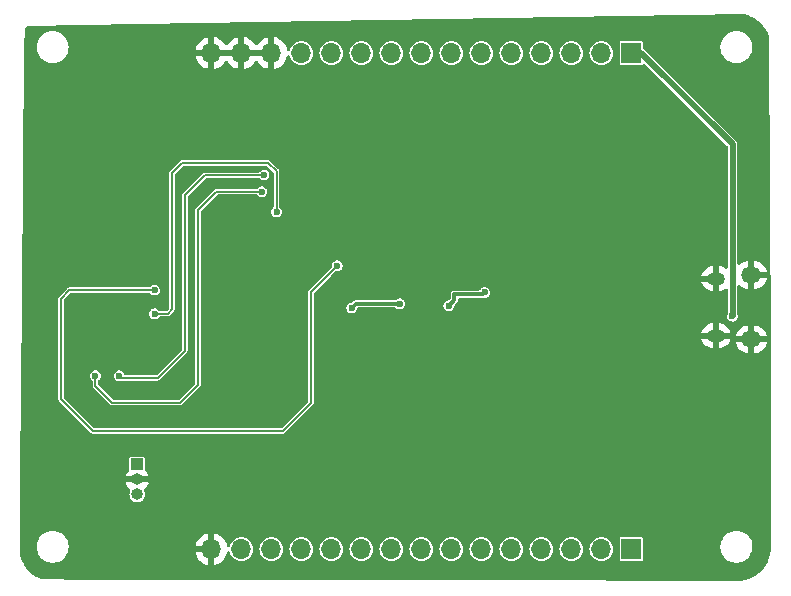
<source format=gbr>
%TF.GenerationSoftware,KiCad,Pcbnew,(6.0.6)*%
%TF.CreationDate,2022-09-04T20:55:43+05:30*%
%TF.ProjectId,rp2040-ble,72703230-3430-42d6-926c-652e6b696361,rev?*%
%TF.SameCoordinates,Original*%
%TF.FileFunction,Copper,L2,Bot*%
%TF.FilePolarity,Positive*%
%FSLAX46Y46*%
G04 Gerber Fmt 4.6, Leading zero omitted, Abs format (unit mm)*
G04 Created by KiCad (PCBNEW (6.0.6)) date 2022-09-04 20:55:43*
%MOMM*%
%LPD*%
G01*
G04 APERTURE LIST*
%TA.AperFunction,ComponentPad*%
%ADD10O,1.000000X1.000000*%
%TD*%
%TA.AperFunction,ComponentPad*%
%ADD11R,1.000000X1.000000*%
%TD*%
%TA.AperFunction,ComponentPad*%
%ADD12R,1.700000X1.700000*%
%TD*%
%TA.AperFunction,ComponentPad*%
%ADD13O,1.700000X1.700000*%
%TD*%
%TA.AperFunction,ComponentPad*%
%ADD14O,1.500000X1.100000*%
%TD*%
%TA.AperFunction,ComponentPad*%
%ADD15O,1.700000X1.350000*%
%TD*%
%TA.AperFunction,ViaPad*%
%ADD16C,0.600000*%
%TD*%
%TA.AperFunction,ViaPad*%
%ADD17C,0.800000*%
%TD*%
%TA.AperFunction,Conductor*%
%ADD18C,0.154000*%
%TD*%
%TA.AperFunction,Conductor*%
%ADD19C,0.500000*%
%TD*%
%TA.AperFunction,Conductor*%
%ADD20C,0.300000*%
%TD*%
%TA.AperFunction,Conductor*%
%ADD21C,0.200000*%
%TD*%
G04 APERTURE END LIST*
D10*
%TO.P,J4,3,Pin_3*%
%TO.N,/SWCLK*%
X100150000Y-105875000D03*
%TO.P,J4,2,Pin_2*%
%TO.N,GND*%
X100150000Y-104605000D03*
D11*
%TO.P,J4,1,Pin_1*%
%TO.N,/SWD*%
X100150000Y-103335000D03*
%TD*%
D12*
%TO.P,J1,1,Pin_1*%
%TO.N,VBUS*%
X142000000Y-68500000D03*
D13*
%TO.P,J1,2,Pin_2*%
%TO.N,/GPIO0*%
X139460000Y-68500000D03*
%TO.P,J1,3,Pin_3*%
%TO.N,/GPIO1*%
X136920000Y-68500000D03*
%TO.P,J1,4,Pin_4*%
%TO.N,/GPIO2*%
X134380000Y-68500000D03*
%TO.P,J1,5,Pin_5*%
%TO.N,/GPIO3*%
X131840000Y-68500000D03*
%TO.P,J1,6,Pin_6*%
%TO.N,/GPIO4*%
X129300000Y-68500000D03*
%TO.P,J1,7,Pin_7*%
%TO.N,/GPIO5*%
X126760000Y-68500000D03*
%TO.P,J1,8,Pin_8*%
%TO.N,/GPIO6*%
X124220000Y-68500000D03*
%TO.P,J1,9,Pin_9*%
%TO.N,/GPIO7*%
X121680000Y-68500000D03*
%TO.P,J1,10,Pin_10*%
%TO.N,/GPIO8*%
X119140000Y-68500000D03*
%TO.P,J1,11,Pin_11*%
%TO.N,/GPIO9*%
X116600000Y-68500000D03*
%TO.P,J1,12,Pin_12*%
%TO.N,/GPIO10*%
X114060000Y-68500000D03*
%TO.P,J1,13,Pin_13*%
%TO.N,GND*%
X111520000Y-68500000D03*
%TO.P,J1,14,Pin_14*%
X108980000Y-68500000D03*
%TO.P,J1,15,Pin_15*%
X106440000Y-68500000D03*
%TD*%
D12*
%TO.P,J2,1,Pin_1*%
%TO.N,+3.3V*%
X142000000Y-110500000D03*
D13*
%TO.P,J2,2,Pin_2*%
%TO.N,/GPIO29*%
X139460000Y-110500000D03*
%TO.P,J2,3,Pin_3*%
%TO.N,/GPIO28*%
X136920000Y-110500000D03*
%TO.P,J2,4,Pin_4*%
%TO.N,/GPIO27*%
X134380000Y-110500000D03*
%TO.P,J2,5,Pin_5*%
%TO.N,/GPIO26*%
X131840000Y-110500000D03*
%TO.P,J2,6,Pin_6*%
%TO.N,/GPIO24*%
X129300000Y-110500000D03*
%TO.P,J2,7,Pin_7*%
%TO.N,/GPIO23*%
X126760000Y-110500000D03*
%TO.P,J2,8,Pin_8*%
%TO.N,/GPIO22*%
X124220000Y-110500000D03*
%TO.P,J2,9,Pin_9*%
%TO.N,/GPIO21*%
X121680000Y-110500000D03*
%TO.P,J2,10,Pin_10*%
%TO.N,/GPIO20*%
X119140000Y-110500000D03*
%TO.P,J2,11,Pin_11*%
%TO.N,/GPIO19*%
X116600000Y-110500000D03*
%TO.P,J2,12,Pin_12*%
%TO.N,/GPIO18*%
X114060000Y-110500000D03*
%TO.P,J2,13,Pin_13*%
%TO.N,/GPIO17*%
X111520000Y-110500000D03*
%TO.P,J2,14,Pin_14*%
%TO.N,/GPIO16*%
X108980000Y-110500000D03*
%TO.P,J2,15,Pin_15*%
%TO.N,GND*%
X106440000Y-110500000D03*
%TD*%
D14*
%TO.P,J3,6,Shield*%
%TO.N,GND*%
X149160000Y-92440000D03*
D15*
X152160000Y-87290000D03*
X152160000Y-92750000D03*
D14*
X149160000Y-87600000D03*
%TD*%
D16*
%TO.N,GND*%
X152400000Y-96420000D03*
X149025000Y-78800000D03*
X105850000Y-104375000D03*
D17*
X125700000Y-87900000D03*
D16*
X122400000Y-80100000D03*
X135225000Y-87750000D03*
D17*
X124700000Y-90300000D03*
X124500000Y-87900000D03*
D16*
X98475000Y-86950000D03*
D17*
X123300000Y-87900000D03*
D16*
X116200000Y-93250000D03*
X134250000Y-94025000D03*
X95175000Y-93450000D03*
D17*
X125700000Y-89000000D03*
X125700000Y-90300000D03*
D16*
X136700000Y-78975000D03*
X117625000Y-93625000D03*
X108325000Y-104450000D03*
X98425000Y-85375000D03*
X148950000Y-80900000D03*
X113350000Y-96075000D03*
X96825000Y-85425000D03*
X135050000Y-88800000D03*
D17*
X123300000Y-90300000D03*
D16*
X127900000Y-104275000D03*
X134225000Y-92950000D03*
D17*
X123300000Y-89000000D03*
D16*
X149575000Y-105500000D03*
X127700000Y-81075000D03*
X135800000Y-100325000D03*
X113200000Y-83775000D03*
D17*
X124600000Y-89100000D03*
D16*
X117725000Y-87925000D03*
X134250000Y-92275000D03*
X123600000Y-98625000D03*
X137290000Y-87965000D03*
X135825000Y-93725000D03*
X134150000Y-95150000D03*
%TO.N,+1V1*%
X122375000Y-89725000D03*
X118325000Y-90075000D03*
X126549502Y-89900000D03*
X129573556Y-88773556D03*
%TO.N,VBUS*%
X150554502Y-90780000D03*
%TO.N,/BLE_RX*%
X98630000Y-95820600D03*
X110900000Y-78825000D03*
%TO.N,/BLE_TX*%
X110725000Y-80250000D03*
X96630000Y-95820600D03*
%TO.N,/BLE_WAKEUP*%
X111966106Y-81930865D03*
X101630000Y-90570600D03*
%TO.N,/BLE_POWER_DOWN*%
X101630000Y-88570600D03*
X117100000Y-86500000D03*
%TD*%
D18*
%TO.N,/BLE_TX*%
X103800000Y-98100000D02*
X98050000Y-98100000D01*
X105300000Y-96600000D02*
X103800000Y-98100000D01*
X105300000Y-81790000D02*
X105300000Y-96600000D01*
X96630000Y-96680000D02*
X96630000Y-95820600D01*
X106840000Y-80250000D02*
X105300000Y-81790000D01*
X110675000Y-80250000D02*
X106840000Y-80250000D01*
X98050000Y-98100000D02*
X96630000Y-96680000D01*
%TO.N,/BLE_RX*%
X104200000Y-93700000D02*
X101900000Y-96000000D01*
X101900000Y-96000000D02*
X98809400Y-96000000D01*
X104200000Y-80550000D02*
X104200000Y-93700000D01*
X105900000Y-78850000D02*
X104200000Y-80550000D01*
X110850000Y-78850000D02*
X105900000Y-78850000D01*
X98809400Y-96000000D02*
X98630000Y-95820600D01*
%TO.N,/BLE_WAKEUP*%
X102729400Y-90570600D02*
X101630000Y-90570600D01*
X103950000Y-77800000D02*
X103100000Y-78650000D01*
X111250000Y-77800000D02*
X103950000Y-77800000D01*
X103100000Y-78650000D02*
X103100000Y-90200000D01*
X111966106Y-81930865D02*
X111966106Y-78516106D01*
X111966106Y-78516106D02*
X111250000Y-77800000D01*
X103100000Y-90200000D02*
X102729400Y-90570600D01*
D19*
%TO.N,VBUS*%
X150570000Y-76220000D02*
X142850000Y-68500000D01*
X142850000Y-68500000D02*
X142000000Y-68500000D01*
X150570000Y-90764502D02*
X150570000Y-76220000D01*
X150554502Y-90780000D02*
X150570000Y-90764502D01*
D20*
%TO.N,+1V1*%
X119475000Y-89725000D02*
X118675000Y-89725000D01*
D21*
X129553555Y-88773556D02*
X129573556Y-88773556D01*
D20*
X126549502Y-89900000D02*
X127000000Y-89449502D01*
X122375000Y-89725000D02*
X119475000Y-89725000D01*
X118675000Y-89725000D02*
X118325000Y-90075000D01*
X127000000Y-89449502D02*
X127000000Y-88925000D01*
D21*
X129402111Y-88925000D02*
X129553555Y-88773556D01*
D20*
X127000000Y-88925000D02*
X129402111Y-88925000D01*
D18*
%TO.N,/BLE_POWER_DOWN*%
X93700000Y-97800000D02*
X93700000Y-89300000D01*
X112500000Y-100500000D02*
X96400000Y-100500000D01*
X114875000Y-98125000D02*
X112500000Y-100500000D01*
X94429400Y-88570600D02*
X101630000Y-88570600D01*
X96400000Y-100500000D02*
X93700000Y-97800000D01*
X93700000Y-89300000D02*
X94429400Y-88570600D01*
X117100000Y-86500000D02*
X114875000Y-88725000D01*
X114875000Y-88725000D02*
X114875000Y-98125000D01*
%TD*%
%TA.AperFunction,Conductor*%
%TO.N,GND*%
G36*
X151649945Y-65237161D02*
G01*
X151857092Y-65295317D01*
X151870290Y-65299824D01*
X152157105Y-65415879D01*
X152169726Y-65421819D01*
X152441932Y-65568862D01*
X152453821Y-65576162D01*
X152708110Y-65752403D01*
X152719119Y-65760973D01*
X152952359Y-65964243D01*
X152962353Y-65973977D01*
X153171700Y-66201799D01*
X153180545Y-66212565D01*
X153221897Y-66268997D01*
X153363423Y-66462138D01*
X153371033Y-66473831D01*
X153525185Y-66742071D01*
X153531457Y-66754534D01*
X153604277Y-66921710D01*
X153614756Y-66970978D01*
X153839496Y-93943253D01*
X153839500Y-93944303D01*
X153839500Y-110273592D01*
X153838485Y-110281303D01*
X153838485Y-110293973D01*
X153834191Y-110309995D01*
X153838452Y-110325898D01*
X153838290Y-110331721D01*
X153830037Y-110479838D01*
X153822015Y-110623820D01*
X153820459Y-110637743D01*
X153769407Y-110940764D01*
X153766315Y-110954427D01*
X153683139Y-111245704D01*
X153681937Y-111249912D01*
X153677348Y-111263145D01*
X153586360Y-111484872D01*
X153560683Y-111547442D01*
X153554651Y-111560088D01*
X153418139Y-111809579D01*
X153407151Y-111829660D01*
X153399755Y-111841555D01*
X153246048Y-112060585D01*
X153223229Y-112093101D01*
X153214565Y-112104093D01*
X153011203Y-112334485D01*
X153001368Y-112344451D01*
X152773691Y-112550836D01*
X152762804Y-112559654D01*
X152513617Y-112739489D01*
X152501818Y-112747043D01*
X152234217Y-112898095D01*
X152221652Y-112904293D01*
X152125391Y-112945291D01*
X151938928Y-113024706D01*
X151925767Y-113029465D01*
X151631408Y-113117749D01*
X151617793Y-113121019D01*
X151315468Y-113176074D01*
X151301573Y-113177813D01*
X151112067Y-113190887D01*
X151103197Y-113191186D01*
X128773171Y-113155149D01*
X94601300Y-113100002D01*
X94598640Y-113099969D01*
X93370306Y-113072053D01*
X92087318Y-113042894D01*
X92048573Y-113035858D01*
X91917949Y-112990158D01*
X91905356Y-112984973D01*
X91640155Y-112858601D01*
X91628208Y-112852094D01*
X91378170Y-112697820D01*
X91367013Y-112690074D01*
X91135101Y-112509725D01*
X91124818Y-112500796D01*
X90913723Y-112296468D01*
X90904470Y-112286488D01*
X90716661Y-112060567D01*
X90708552Y-112049664D01*
X90546225Y-111804794D01*
X90539326Y-111793056D01*
X90404385Y-111532112D01*
X90398793Y-111519695D01*
X90292800Y-111245704D01*
X90288582Y-111232763D01*
X90223074Y-110987471D01*
X90218813Y-110953805D01*
X90219177Y-110914272D01*
X90224825Y-110300000D01*
X91644341Y-110300000D01*
X91664937Y-110535408D01*
X91666361Y-110540722D01*
X91666361Y-110540723D01*
X91723956Y-110755671D01*
X91726097Y-110763663D01*
X91728419Y-110768643D01*
X91728420Y-110768645D01*
X91796328Y-110914272D01*
X91825965Y-110977829D01*
X91961505Y-111171401D01*
X92128599Y-111338495D01*
X92322171Y-111474035D01*
X92327149Y-111476356D01*
X92327152Y-111476358D01*
X92531355Y-111571580D01*
X92536337Y-111573903D01*
X92541645Y-111575325D01*
X92541647Y-111575326D01*
X92759277Y-111633639D01*
X92764592Y-111635063D01*
X92867682Y-111644082D01*
X92938310Y-111650262D01*
X92938317Y-111650262D01*
X92941034Y-111650500D01*
X93058966Y-111650500D01*
X93061683Y-111650262D01*
X93061690Y-111650262D01*
X93132318Y-111644082D01*
X93235408Y-111635063D01*
X93240723Y-111633639D01*
X93458353Y-111575326D01*
X93458355Y-111575325D01*
X93463663Y-111573903D01*
X93468645Y-111571580D01*
X93672848Y-111476358D01*
X93672851Y-111476356D01*
X93677829Y-111474035D01*
X93871401Y-111338495D01*
X94038495Y-111171401D01*
X94041655Y-111166889D01*
X94170878Y-110982339D01*
X94170881Y-110982334D01*
X94174035Y-110977830D01*
X94176358Y-110972848D01*
X94176361Y-110972843D01*
X94271580Y-110768645D01*
X94271581Y-110768644D01*
X94271897Y-110767966D01*
X105108257Y-110767966D01*
X105138565Y-110902446D01*
X105141645Y-110912275D01*
X105221770Y-111109603D01*
X105226413Y-111118794D01*
X105337694Y-111300388D01*
X105343777Y-111308699D01*
X105483213Y-111469667D01*
X105490580Y-111476883D01*
X105654434Y-111612916D01*
X105662881Y-111618831D01*
X105846756Y-111726279D01*
X105856042Y-111730729D01*
X106055001Y-111806703D01*
X106064899Y-111809579D01*
X106168250Y-111830606D01*
X106182299Y-111829410D01*
X106186000Y-111819065D01*
X106186000Y-111818517D01*
X106694000Y-111818517D01*
X106698064Y-111832359D01*
X106711478Y-111834393D01*
X106718184Y-111833534D01*
X106728262Y-111831392D01*
X106932255Y-111770191D01*
X106941842Y-111766433D01*
X107133095Y-111672739D01*
X107141945Y-111667464D01*
X107315328Y-111543792D01*
X107323200Y-111537139D01*
X107474052Y-111386812D01*
X107480730Y-111378965D01*
X107605003Y-111206020D01*
X107610313Y-111197183D01*
X107704670Y-111006267D01*
X107708469Y-110996672D01*
X107770376Y-110792912D01*
X107773022Y-110780676D01*
X107806969Y-110718321D01*
X107869238Y-110684217D01*
X107940060Y-110689193D01*
X107996949Y-110731668D01*
X108017295Y-110772574D01*
X108045258Y-110870091D01*
X108048076Y-110875574D01*
X108132123Y-111039113D01*
X108132126Y-111039117D01*
X108134944Y-111044601D01*
X108256818Y-111198369D01*
X108261511Y-111202363D01*
X108261512Y-111202364D01*
X108386456Y-111308699D01*
X108406238Y-111325535D01*
X108411616Y-111328541D01*
X108411618Y-111328542D01*
X108447932Y-111348837D01*
X108577513Y-111421257D01*
X108764118Y-111481889D01*
X108958946Y-111505121D01*
X108965081Y-111504649D01*
X108965083Y-111504649D01*
X109148434Y-111490541D01*
X109148438Y-111490540D01*
X109154576Y-111490068D01*
X109343556Y-111437303D01*
X109518689Y-111348837D01*
X109537624Y-111334044D01*
X109668453Y-111231829D01*
X109673303Y-111228040D01*
X109703084Y-111193539D01*
X109797485Y-111084173D01*
X109797485Y-111084172D01*
X109801509Y-111079511D01*
X109898425Y-110908909D01*
X109960358Y-110722732D01*
X109984949Y-110528071D01*
X109985341Y-110500000D01*
X109983965Y-110485963D01*
X110514757Y-110485963D01*
X110531175Y-110681483D01*
X110585258Y-110870091D01*
X110588076Y-110875574D01*
X110672123Y-111039113D01*
X110672126Y-111039117D01*
X110674944Y-111044601D01*
X110796818Y-111198369D01*
X110801511Y-111202363D01*
X110801512Y-111202364D01*
X110926456Y-111308699D01*
X110946238Y-111325535D01*
X110951616Y-111328541D01*
X110951618Y-111328542D01*
X110987932Y-111348837D01*
X111117513Y-111421257D01*
X111304118Y-111481889D01*
X111498946Y-111505121D01*
X111505081Y-111504649D01*
X111505083Y-111504649D01*
X111688434Y-111490541D01*
X111688438Y-111490540D01*
X111694576Y-111490068D01*
X111883556Y-111437303D01*
X112058689Y-111348837D01*
X112077624Y-111334044D01*
X112208453Y-111231829D01*
X112213303Y-111228040D01*
X112243084Y-111193539D01*
X112337485Y-111084173D01*
X112337485Y-111084172D01*
X112341509Y-111079511D01*
X112438425Y-110908909D01*
X112500358Y-110722732D01*
X112524949Y-110528071D01*
X112525341Y-110500000D01*
X112523965Y-110485963D01*
X113054757Y-110485963D01*
X113071175Y-110681483D01*
X113125258Y-110870091D01*
X113128076Y-110875574D01*
X113212123Y-111039113D01*
X113212126Y-111039117D01*
X113214944Y-111044601D01*
X113336818Y-111198369D01*
X113341511Y-111202363D01*
X113341512Y-111202364D01*
X113466456Y-111308699D01*
X113486238Y-111325535D01*
X113491616Y-111328541D01*
X113491618Y-111328542D01*
X113527932Y-111348837D01*
X113657513Y-111421257D01*
X113844118Y-111481889D01*
X114038946Y-111505121D01*
X114045081Y-111504649D01*
X114045083Y-111504649D01*
X114228434Y-111490541D01*
X114228438Y-111490540D01*
X114234576Y-111490068D01*
X114423556Y-111437303D01*
X114598689Y-111348837D01*
X114617624Y-111334044D01*
X114748453Y-111231829D01*
X114753303Y-111228040D01*
X114783084Y-111193539D01*
X114877485Y-111084173D01*
X114877485Y-111084172D01*
X114881509Y-111079511D01*
X114978425Y-110908909D01*
X115040358Y-110722732D01*
X115064949Y-110528071D01*
X115065341Y-110500000D01*
X115063965Y-110485963D01*
X115594757Y-110485963D01*
X115611175Y-110681483D01*
X115665258Y-110870091D01*
X115668076Y-110875574D01*
X115752123Y-111039113D01*
X115752126Y-111039117D01*
X115754944Y-111044601D01*
X115876818Y-111198369D01*
X115881511Y-111202363D01*
X115881512Y-111202364D01*
X116006456Y-111308699D01*
X116026238Y-111325535D01*
X116031616Y-111328541D01*
X116031618Y-111328542D01*
X116067932Y-111348837D01*
X116197513Y-111421257D01*
X116384118Y-111481889D01*
X116578946Y-111505121D01*
X116585081Y-111504649D01*
X116585083Y-111504649D01*
X116768434Y-111490541D01*
X116768438Y-111490540D01*
X116774576Y-111490068D01*
X116963556Y-111437303D01*
X117138689Y-111348837D01*
X117157624Y-111334044D01*
X117288453Y-111231829D01*
X117293303Y-111228040D01*
X117323084Y-111193539D01*
X117417485Y-111084173D01*
X117417485Y-111084172D01*
X117421509Y-111079511D01*
X117518425Y-110908909D01*
X117580358Y-110722732D01*
X117604949Y-110528071D01*
X117605341Y-110500000D01*
X117603965Y-110485963D01*
X118134757Y-110485963D01*
X118151175Y-110681483D01*
X118205258Y-110870091D01*
X118208076Y-110875574D01*
X118292123Y-111039113D01*
X118292126Y-111039117D01*
X118294944Y-111044601D01*
X118416818Y-111198369D01*
X118421511Y-111202363D01*
X118421512Y-111202364D01*
X118546456Y-111308699D01*
X118566238Y-111325535D01*
X118571616Y-111328541D01*
X118571618Y-111328542D01*
X118607932Y-111348837D01*
X118737513Y-111421257D01*
X118924118Y-111481889D01*
X119118946Y-111505121D01*
X119125081Y-111504649D01*
X119125083Y-111504649D01*
X119308434Y-111490541D01*
X119308438Y-111490540D01*
X119314576Y-111490068D01*
X119503556Y-111437303D01*
X119678689Y-111348837D01*
X119697624Y-111334044D01*
X119828453Y-111231829D01*
X119833303Y-111228040D01*
X119863084Y-111193539D01*
X119957485Y-111084173D01*
X119957485Y-111084172D01*
X119961509Y-111079511D01*
X120058425Y-110908909D01*
X120120358Y-110722732D01*
X120144949Y-110528071D01*
X120145341Y-110500000D01*
X120143965Y-110485963D01*
X120674757Y-110485963D01*
X120691175Y-110681483D01*
X120745258Y-110870091D01*
X120748076Y-110875574D01*
X120832123Y-111039113D01*
X120832126Y-111039117D01*
X120834944Y-111044601D01*
X120956818Y-111198369D01*
X120961511Y-111202363D01*
X120961512Y-111202364D01*
X121086456Y-111308699D01*
X121106238Y-111325535D01*
X121111616Y-111328541D01*
X121111618Y-111328542D01*
X121147932Y-111348837D01*
X121277513Y-111421257D01*
X121464118Y-111481889D01*
X121658946Y-111505121D01*
X121665081Y-111504649D01*
X121665083Y-111504649D01*
X121848434Y-111490541D01*
X121848438Y-111490540D01*
X121854576Y-111490068D01*
X122043556Y-111437303D01*
X122218689Y-111348837D01*
X122237624Y-111334044D01*
X122368453Y-111231829D01*
X122373303Y-111228040D01*
X122403084Y-111193539D01*
X122497485Y-111084173D01*
X122497485Y-111084172D01*
X122501509Y-111079511D01*
X122598425Y-110908909D01*
X122660358Y-110722732D01*
X122684949Y-110528071D01*
X122685341Y-110500000D01*
X122683965Y-110485963D01*
X123214757Y-110485963D01*
X123231175Y-110681483D01*
X123285258Y-110870091D01*
X123288076Y-110875574D01*
X123372123Y-111039113D01*
X123372126Y-111039117D01*
X123374944Y-111044601D01*
X123496818Y-111198369D01*
X123501511Y-111202363D01*
X123501512Y-111202364D01*
X123626456Y-111308699D01*
X123646238Y-111325535D01*
X123651616Y-111328541D01*
X123651618Y-111328542D01*
X123687932Y-111348837D01*
X123817513Y-111421257D01*
X124004118Y-111481889D01*
X124198946Y-111505121D01*
X124205081Y-111504649D01*
X124205083Y-111504649D01*
X124388434Y-111490541D01*
X124388438Y-111490540D01*
X124394576Y-111490068D01*
X124583556Y-111437303D01*
X124758689Y-111348837D01*
X124777624Y-111334044D01*
X124908453Y-111231829D01*
X124913303Y-111228040D01*
X124943084Y-111193539D01*
X125037485Y-111084173D01*
X125037485Y-111084172D01*
X125041509Y-111079511D01*
X125138425Y-110908909D01*
X125200358Y-110722732D01*
X125224949Y-110528071D01*
X125225341Y-110500000D01*
X125223965Y-110485963D01*
X125754757Y-110485963D01*
X125771175Y-110681483D01*
X125825258Y-110870091D01*
X125828076Y-110875574D01*
X125912123Y-111039113D01*
X125912126Y-111039117D01*
X125914944Y-111044601D01*
X126036818Y-111198369D01*
X126041511Y-111202363D01*
X126041512Y-111202364D01*
X126166456Y-111308699D01*
X126186238Y-111325535D01*
X126191616Y-111328541D01*
X126191618Y-111328542D01*
X126227932Y-111348837D01*
X126357513Y-111421257D01*
X126544118Y-111481889D01*
X126738946Y-111505121D01*
X126745081Y-111504649D01*
X126745083Y-111504649D01*
X126928434Y-111490541D01*
X126928438Y-111490540D01*
X126934576Y-111490068D01*
X127123556Y-111437303D01*
X127298689Y-111348837D01*
X127317624Y-111334044D01*
X127448453Y-111231829D01*
X127453303Y-111228040D01*
X127483084Y-111193539D01*
X127577485Y-111084173D01*
X127577485Y-111084172D01*
X127581509Y-111079511D01*
X127678425Y-110908909D01*
X127740358Y-110722732D01*
X127764949Y-110528071D01*
X127765341Y-110500000D01*
X127763965Y-110485963D01*
X128294757Y-110485963D01*
X128311175Y-110681483D01*
X128365258Y-110870091D01*
X128368076Y-110875574D01*
X128452123Y-111039113D01*
X128452126Y-111039117D01*
X128454944Y-111044601D01*
X128576818Y-111198369D01*
X128581511Y-111202363D01*
X128581512Y-111202364D01*
X128706456Y-111308699D01*
X128726238Y-111325535D01*
X128731616Y-111328541D01*
X128731618Y-111328542D01*
X128767932Y-111348837D01*
X128897513Y-111421257D01*
X129084118Y-111481889D01*
X129278946Y-111505121D01*
X129285081Y-111504649D01*
X129285083Y-111504649D01*
X129468434Y-111490541D01*
X129468438Y-111490540D01*
X129474576Y-111490068D01*
X129663556Y-111437303D01*
X129838689Y-111348837D01*
X129857624Y-111334044D01*
X129988453Y-111231829D01*
X129993303Y-111228040D01*
X130023084Y-111193539D01*
X130117485Y-111084173D01*
X130117485Y-111084172D01*
X130121509Y-111079511D01*
X130218425Y-110908909D01*
X130280358Y-110722732D01*
X130304949Y-110528071D01*
X130305341Y-110500000D01*
X130303965Y-110485963D01*
X130834757Y-110485963D01*
X130851175Y-110681483D01*
X130905258Y-110870091D01*
X130908076Y-110875574D01*
X130992123Y-111039113D01*
X130992126Y-111039117D01*
X130994944Y-111044601D01*
X131116818Y-111198369D01*
X131121511Y-111202363D01*
X131121512Y-111202364D01*
X131246456Y-111308699D01*
X131266238Y-111325535D01*
X131271616Y-111328541D01*
X131271618Y-111328542D01*
X131307932Y-111348837D01*
X131437513Y-111421257D01*
X131624118Y-111481889D01*
X131818946Y-111505121D01*
X131825081Y-111504649D01*
X131825083Y-111504649D01*
X132008434Y-111490541D01*
X132008438Y-111490540D01*
X132014576Y-111490068D01*
X132203556Y-111437303D01*
X132378689Y-111348837D01*
X132397624Y-111334044D01*
X132528453Y-111231829D01*
X132533303Y-111228040D01*
X132563084Y-111193539D01*
X132657485Y-111084173D01*
X132657485Y-111084172D01*
X132661509Y-111079511D01*
X132758425Y-110908909D01*
X132820358Y-110722732D01*
X132844949Y-110528071D01*
X132845341Y-110500000D01*
X132843965Y-110485963D01*
X133374757Y-110485963D01*
X133391175Y-110681483D01*
X133445258Y-110870091D01*
X133448076Y-110875574D01*
X133532123Y-111039113D01*
X133532126Y-111039117D01*
X133534944Y-111044601D01*
X133656818Y-111198369D01*
X133661511Y-111202363D01*
X133661512Y-111202364D01*
X133786456Y-111308699D01*
X133806238Y-111325535D01*
X133811616Y-111328541D01*
X133811618Y-111328542D01*
X133847932Y-111348837D01*
X133977513Y-111421257D01*
X134164118Y-111481889D01*
X134358946Y-111505121D01*
X134365081Y-111504649D01*
X134365083Y-111504649D01*
X134548434Y-111490541D01*
X134548438Y-111490540D01*
X134554576Y-111490068D01*
X134743556Y-111437303D01*
X134918689Y-111348837D01*
X134937624Y-111334044D01*
X135068453Y-111231829D01*
X135073303Y-111228040D01*
X135103084Y-111193539D01*
X135197485Y-111084173D01*
X135197485Y-111084172D01*
X135201509Y-111079511D01*
X135298425Y-110908909D01*
X135360358Y-110722732D01*
X135384949Y-110528071D01*
X135385341Y-110500000D01*
X135383965Y-110485963D01*
X135914757Y-110485963D01*
X135931175Y-110681483D01*
X135985258Y-110870091D01*
X135988076Y-110875574D01*
X136072123Y-111039113D01*
X136072126Y-111039117D01*
X136074944Y-111044601D01*
X136196818Y-111198369D01*
X136201511Y-111202363D01*
X136201512Y-111202364D01*
X136326456Y-111308699D01*
X136346238Y-111325535D01*
X136351616Y-111328541D01*
X136351618Y-111328542D01*
X136387932Y-111348837D01*
X136517513Y-111421257D01*
X136704118Y-111481889D01*
X136898946Y-111505121D01*
X136905081Y-111504649D01*
X136905083Y-111504649D01*
X137088434Y-111490541D01*
X137088438Y-111490540D01*
X137094576Y-111490068D01*
X137283556Y-111437303D01*
X137458689Y-111348837D01*
X137477624Y-111334044D01*
X137608453Y-111231829D01*
X137613303Y-111228040D01*
X137643084Y-111193539D01*
X137737485Y-111084173D01*
X137737485Y-111084172D01*
X137741509Y-111079511D01*
X137838425Y-110908909D01*
X137900358Y-110722732D01*
X137924949Y-110528071D01*
X137925341Y-110500000D01*
X137923965Y-110485963D01*
X138454757Y-110485963D01*
X138471175Y-110681483D01*
X138525258Y-110870091D01*
X138528076Y-110875574D01*
X138612123Y-111039113D01*
X138612126Y-111039117D01*
X138614944Y-111044601D01*
X138736818Y-111198369D01*
X138741511Y-111202363D01*
X138741512Y-111202364D01*
X138866456Y-111308699D01*
X138886238Y-111325535D01*
X138891616Y-111328541D01*
X138891618Y-111328542D01*
X138927932Y-111348837D01*
X139057513Y-111421257D01*
X139244118Y-111481889D01*
X139438946Y-111505121D01*
X139445081Y-111504649D01*
X139445083Y-111504649D01*
X139628434Y-111490541D01*
X139628438Y-111490540D01*
X139634576Y-111490068D01*
X139823556Y-111437303D01*
X139967048Y-111364820D01*
X140999500Y-111364820D01*
X141008233Y-111408722D01*
X141015127Y-111419040D01*
X141015128Y-111419042D01*
X141027330Y-111437303D01*
X141041496Y-111458504D01*
X141051815Y-111465399D01*
X141080958Y-111484872D01*
X141080960Y-111484873D01*
X141091278Y-111491767D01*
X141135180Y-111500500D01*
X142864820Y-111500500D01*
X142908722Y-111491767D01*
X142919040Y-111484873D01*
X142919042Y-111484872D01*
X142948185Y-111465399D01*
X142958504Y-111458504D01*
X142972670Y-111437303D01*
X142984872Y-111419042D01*
X142984873Y-111419040D01*
X142991767Y-111408722D01*
X143000500Y-111364820D01*
X143000500Y-110300000D01*
X149544341Y-110300000D01*
X149564937Y-110535408D01*
X149566361Y-110540722D01*
X149566361Y-110540723D01*
X149623956Y-110755671D01*
X149626097Y-110763663D01*
X149628419Y-110768643D01*
X149628420Y-110768645D01*
X149696328Y-110914272D01*
X149725965Y-110977829D01*
X149861505Y-111171401D01*
X150028599Y-111338495D01*
X150222171Y-111474035D01*
X150227149Y-111476356D01*
X150227152Y-111476358D01*
X150431355Y-111571580D01*
X150436337Y-111573903D01*
X150441645Y-111575325D01*
X150441647Y-111575326D01*
X150659277Y-111633639D01*
X150664592Y-111635063D01*
X150767682Y-111644082D01*
X150838310Y-111650262D01*
X150838317Y-111650262D01*
X150841034Y-111650500D01*
X150958966Y-111650500D01*
X150961683Y-111650262D01*
X150961690Y-111650262D01*
X151032318Y-111644082D01*
X151135408Y-111635063D01*
X151140723Y-111633639D01*
X151358353Y-111575326D01*
X151358355Y-111575325D01*
X151363663Y-111573903D01*
X151368645Y-111571580D01*
X151572848Y-111476358D01*
X151572851Y-111476356D01*
X151577829Y-111474035D01*
X151771401Y-111338495D01*
X151938495Y-111171401D01*
X151941655Y-111166889D01*
X152070878Y-110982339D01*
X152070881Y-110982334D01*
X152074035Y-110977830D01*
X152076358Y-110972848D01*
X152076361Y-110972843D01*
X152171580Y-110768645D01*
X152171581Y-110768644D01*
X152173903Y-110763663D01*
X152176045Y-110755671D01*
X152233639Y-110540723D01*
X152233639Y-110540722D01*
X152235063Y-110535408D01*
X152255659Y-110300000D01*
X152235063Y-110064592D01*
X152224396Y-110024783D01*
X152175326Y-109841647D01*
X152175325Y-109841645D01*
X152173903Y-109836337D01*
X152096555Y-109670465D01*
X152076358Y-109627152D01*
X152076356Y-109627149D01*
X152074035Y-109622171D01*
X151938495Y-109428599D01*
X151771401Y-109261505D01*
X151577829Y-109125965D01*
X151572851Y-109123644D01*
X151572848Y-109123642D01*
X151368645Y-109028420D01*
X151368643Y-109028419D01*
X151363663Y-109026097D01*
X151358355Y-109024675D01*
X151358353Y-109024674D01*
X151140723Y-108966361D01*
X151140722Y-108966361D01*
X151135408Y-108964937D01*
X151032318Y-108955918D01*
X150961690Y-108949738D01*
X150961683Y-108949738D01*
X150958966Y-108949500D01*
X150841034Y-108949500D01*
X150838317Y-108949738D01*
X150838310Y-108949738D01*
X150767682Y-108955918D01*
X150664592Y-108964937D01*
X150659278Y-108966361D01*
X150659277Y-108966361D01*
X150441647Y-109024674D01*
X150441645Y-109024675D01*
X150436337Y-109026097D01*
X150431357Y-109028419D01*
X150431355Y-109028420D01*
X150227152Y-109123642D01*
X150227149Y-109123644D01*
X150222171Y-109125965D01*
X150028599Y-109261505D01*
X149861505Y-109428599D01*
X149858348Y-109433107D01*
X149858346Y-109433110D01*
X149729122Y-109617661D01*
X149725965Y-109622170D01*
X149723642Y-109627152D01*
X149723639Y-109627157D01*
X149646957Y-109791602D01*
X149626097Y-109836337D01*
X149624675Y-109841645D01*
X149624674Y-109841647D01*
X149575604Y-110024783D01*
X149564937Y-110064592D01*
X149544341Y-110300000D01*
X143000500Y-110300000D01*
X143000500Y-109635180D01*
X142991767Y-109591278D01*
X142984873Y-109580960D01*
X142984872Y-109580958D01*
X142965399Y-109551815D01*
X142958504Y-109541496D01*
X142948185Y-109534601D01*
X142919042Y-109515128D01*
X142919040Y-109515127D01*
X142908722Y-109508233D01*
X142864820Y-109499500D01*
X141135180Y-109499500D01*
X141091278Y-109508233D01*
X141080960Y-109515127D01*
X141080958Y-109515128D01*
X141051815Y-109534601D01*
X141041496Y-109541496D01*
X141034601Y-109551815D01*
X141015128Y-109580958D01*
X141015127Y-109580960D01*
X141008233Y-109591278D01*
X140999500Y-109635180D01*
X140999500Y-111364820D01*
X139967048Y-111364820D01*
X139998689Y-111348837D01*
X140017624Y-111334044D01*
X140148453Y-111231829D01*
X140153303Y-111228040D01*
X140183084Y-111193539D01*
X140277485Y-111084173D01*
X140277485Y-111084172D01*
X140281509Y-111079511D01*
X140378425Y-110908909D01*
X140440358Y-110722732D01*
X140464949Y-110528071D01*
X140465341Y-110500000D01*
X140446194Y-110304728D01*
X140444413Y-110298829D01*
X140444412Y-110298824D01*
X140391265Y-110122793D01*
X140389484Y-110116894D01*
X140297370Y-109943653D01*
X140173361Y-109791602D01*
X140022180Y-109666535D01*
X139849585Y-109573213D01*
X139747124Y-109541496D01*
X139668039Y-109517015D01*
X139668036Y-109517014D01*
X139662152Y-109515193D01*
X139656027Y-109514549D01*
X139656026Y-109514549D01*
X139473147Y-109495327D01*
X139473146Y-109495327D01*
X139467019Y-109494683D01*
X139344733Y-109505812D01*
X139277759Y-109511907D01*
X139277758Y-109511907D01*
X139271618Y-109512466D01*
X139265704Y-109514207D01*
X139265702Y-109514207D01*
X139196410Y-109534601D01*
X139083393Y-109567864D01*
X139077928Y-109570721D01*
X138914972Y-109655912D01*
X138914968Y-109655915D01*
X138909512Y-109658767D01*
X138904712Y-109662627D01*
X138904711Y-109662627D01*
X138891902Y-109672926D01*
X138756600Y-109781711D01*
X138630480Y-109932016D01*
X138627516Y-109937408D01*
X138627513Y-109937412D01*
X138556890Y-110065875D01*
X138535956Y-110103954D01*
X138476628Y-110290978D01*
X138454757Y-110485963D01*
X137923965Y-110485963D01*
X137906194Y-110304728D01*
X137904413Y-110298829D01*
X137904412Y-110298824D01*
X137851265Y-110122793D01*
X137849484Y-110116894D01*
X137757370Y-109943653D01*
X137633361Y-109791602D01*
X137482180Y-109666535D01*
X137309585Y-109573213D01*
X137207124Y-109541496D01*
X137128039Y-109517015D01*
X137128036Y-109517014D01*
X137122152Y-109515193D01*
X137116027Y-109514549D01*
X137116026Y-109514549D01*
X136933147Y-109495327D01*
X136933146Y-109495327D01*
X136927019Y-109494683D01*
X136804733Y-109505812D01*
X136737759Y-109511907D01*
X136737758Y-109511907D01*
X136731618Y-109512466D01*
X136725704Y-109514207D01*
X136725702Y-109514207D01*
X136656410Y-109534601D01*
X136543393Y-109567864D01*
X136537928Y-109570721D01*
X136374972Y-109655912D01*
X136374968Y-109655915D01*
X136369512Y-109658767D01*
X136364712Y-109662627D01*
X136364711Y-109662627D01*
X136351902Y-109672926D01*
X136216600Y-109781711D01*
X136090480Y-109932016D01*
X136087516Y-109937408D01*
X136087513Y-109937412D01*
X136016890Y-110065875D01*
X135995956Y-110103954D01*
X135936628Y-110290978D01*
X135914757Y-110485963D01*
X135383965Y-110485963D01*
X135366194Y-110304728D01*
X135364413Y-110298829D01*
X135364412Y-110298824D01*
X135311265Y-110122793D01*
X135309484Y-110116894D01*
X135217370Y-109943653D01*
X135093361Y-109791602D01*
X134942180Y-109666535D01*
X134769585Y-109573213D01*
X134667124Y-109541496D01*
X134588039Y-109517015D01*
X134588036Y-109517014D01*
X134582152Y-109515193D01*
X134576027Y-109514549D01*
X134576026Y-109514549D01*
X134393147Y-109495327D01*
X134393146Y-109495327D01*
X134387019Y-109494683D01*
X134264733Y-109505812D01*
X134197759Y-109511907D01*
X134197758Y-109511907D01*
X134191618Y-109512466D01*
X134185704Y-109514207D01*
X134185702Y-109514207D01*
X134116410Y-109534601D01*
X134003393Y-109567864D01*
X133997928Y-109570721D01*
X133834972Y-109655912D01*
X133834968Y-109655915D01*
X133829512Y-109658767D01*
X133824712Y-109662627D01*
X133824711Y-109662627D01*
X133811902Y-109672926D01*
X133676600Y-109781711D01*
X133550480Y-109932016D01*
X133547516Y-109937408D01*
X133547513Y-109937412D01*
X133476890Y-110065875D01*
X133455956Y-110103954D01*
X133396628Y-110290978D01*
X133374757Y-110485963D01*
X132843965Y-110485963D01*
X132826194Y-110304728D01*
X132824413Y-110298829D01*
X132824412Y-110298824D01*
X132771265Y-110122793D01*
X132769484Y-110116894D01*
X132677370Y-109943653D01*
X132553361Y-109791602D01*
X132402180Y-109666535D01*
X132229585Y-109573213D01*
X132127124Y-109541496D01*
X132048039Y-109517015D01*
X132048036Y-109517014D01*
X132042152Y-109515193D01*
X132036027Y-109514549D01*
X132036026Y-109514549D01*
X131853147Y-109495327D01*
X131853146Y-109495327D01*
X131847019Y-109494683D01*
X131724733Y-109505812D01*
X131657759Y-109511907D01*
X131657758Y-109511907D01*
X131651618Y-109512466D01*
X131645704Y-109514207D01*
X131645702Y-109514207D01*
X131576410Y-109534601D01*
X131463393Y-109567864D01*
X131457928Y-109570721D01*
X131294972Y-109655912D01*
X131294968Y-109655915D01*
X131289512Y-109658767D01*
X131284712Y-109662627D01*
X131284711Y-109662627D01*
X131271902Y-109672926D01*
X131136600Y-109781711D01*
X131010480Y-109932016D01*
X131007516Y-109937408D01*
X131007513Y-109937412D01*
X130936890Y-110065875D01*
X130915956Y-110103954D01*
X130856628Y-110290978D01*
X130834757Y-110485963D01*
X130303965Y-110485963D01*
X130286194Y-110304728D01*
X130284413Y-110298829D01*
X130284412Y-110298824D01*
X130231265Y-110122793D01*
X130229484Y-110116894D01*
X130137370Y-109943653D01*
X130013361Y-109791602D01*
X129862180Y-109666535D01*
X129689585Y-109573213D01*
X129587124Y-109541496D01*
X129508039Y-109517015D01*
X129508036Y-109517014D01*
X129502152Y-109515193D01*
X129496027Y-109514549D01*
X129496026Y-109514549D01*
X129313147Y-109495327D01*
X129313146Y-109495327D01*
X129307019Y-109494683D01*
X129184733Y-109505812D01*
X129117759Y-109511907D01*
X129117758Y-109511907D01*
X129111618Y-109512466D01*
X129105704Y-109514207D01*
X129105702Y-109514207D01*
X129036410Y-109534601D01*
X128923393Y-109567864D01*
X128917928Y-109570721D01*
X128754972Y-109655912D01*
X128754968Y-109655915D01*
X128749512Y-109658767D01*
X128744712Y-109662627D01*
X128744711Y-109662627D01*
X128731902Y-109672926D01*
X128596600Y-109781711D01*
X128470480Y-109932016D01*
X128467516Y-109937408D01*
X128467513Y-109937412D01*
X128396890Y-110065875D01*
X128375956Y-110103954D01*
X128316628Y-110290978D01*
X128294757Y-110485963D01*
X127763965Y-110485963D01*
X127746194Y-110304728D01*
X127744413Y-110298829D01*
X127744412Y-110298824D01*
X127691265Y-110122793D01*
X127689484Y-110116894D01*
X127597370Y-109943653D01*
X127473361Y-109791602D01*
X127322180Y-109666535D01*
X127149585Y-109573213D01*
X127047124Y-109541496D01*
X126968039Y-109517015D01*
X126968036Y-109517014D01*
X126962152Y-109515193D01*
X126956027Y-109514549D01*
X126956026Y-109514549D01*
X126773147Y-109495327D01*
X126773146Y-109495327D01*
X126767019Y-109494683D01*
X126644733Y-109505812D01*
X126577759Y-109511907D01*
X126577758Y-109511907D01*
X126571618Y-109512466D01*
X126565704Y-109514207D01*
X126565702Y-109514207D01*
X126496410Y-109534601D01*
X126383393Y-109567864D01*
X126377928Y-109570721D01*
X126214972Y-109655912D01*
X126214968Y-109655915D01*
X126209512Y-109658767D01*
X126204712Y-109662627D01*
X126204711Y-109662627D01*
X126191902Y-109672926D01*
X126056600Y-109781711D01*
X125930480Y-109932016D01*
X125927516Y-109937408D01*
X125927513Y-109937412D01*
X125856890Y-110065875D01*
X125835956Y-110103954D01*
X125776628Y-110290978D01*
X125754757Y-110485963D01*
X125223965Y-110485963D01*
X125206194Y-110304728D01*
X125204413Y-110298829D01*
X125204412Y-110298824D01*
X125151265Y-110122793D01*
X125149484Y-110116894D01*
X125057370Y-109943653D01*
X124933361Y-109791602D01*
X124782180Y-109666535D01*
X124609585Y-109573213D01*
X124507124Y-109541496D01*
X124428039Y-109517015D01*
X124428036Y-109517014D01*
X124422152Y-109515193D01*
X124416027Y-109514549D01*
X124416026Y-109514549D01*
X124233147Y-109495327D01*
X124233146Y-109495327D01*
X124227019Y-109494683D01*
X124104733Y-109505812D01*
X124037759Y-109511907D01*
X124037758Y-109511907D01*
X124031618Y-109512466D01*
X124025704Y-109514207D01*
X124025702Y-109514207D01*
X123956410Y-109534601D01*
X123843393Y-109567864D01*
X123837928Y-109570721D01*
X123674972Y-109655912D01*
X123674968Y-109655915D01*
X123669512Y-109658767D01*
X123664712Y-109662627D01*
X123664711Y-109662627D01*
X123651902Y-109672926D01*
X123516600Y-109781711D01*
X123390480Y-109932016D01*
X123387516Y-109937408D01*
X123387513Y-109937412D01*
X123316890Y-110065875D01*
X123295956Y-110103954D01*
X123236628Y-110290978D01*
X123214757Y-110485963D01*
X122683965Y-110485963D01*
X122666194Y-110304728D01*
X122664413Y-110298829D01*
X122664412Y-110298824D01*
X122611265Y-110122793D01*
X122609484Y-110116894D01*
X122517370Y-109943653D01*
X122393361Y-109791602D01*
X122242180Y-109666535D01*
X122069585Y-109573213D01*
X121967124Y-109541496D01*
X121888039Y-109517015D01*
X121888036Y-109517014D01*
X121882152Y-109515193D01*
X121876027Y-109514549D01*
X121876026Y-109514549D01*
X121693147Y-109495327D01*
X121693146Y-109495327D01*
X121687019Y-109494683D01*
X121564733Y-109505812D01*
X121497759Y-109511907D01*
X121497758Y-109511907D01*
X121491618Y-109512466D01*
X121485704Y-109514207D01*
X121485702Y-109514207D01*
X121416410Y-109534601D01*
X121303393Y-109567864D01*
X121297928Y-109570721D01*
X121134972Y-109655912D01*
X121134968Y-109655915D01*
X121129512Y-109658767D01*
X121124712Y-109662627D01*
X121124711Y-109662627D01*
X121111902Y-109672926D01*
X120976600Y-109781711D01*
X120850480Y-109932016D01*
X120847516Y-109937408D01*
X120847513Y-109937412D01*
X120776890Y-110065875D01*
X120755956Y-110103954D01*
X120696628Y-110290978D01*
X120674757Y-110485963D01*
X120143965Y-110485963D01*
X120126194Y-110304728D01*
X120124413Y-110298829D01*
X120124412Y-110298824D01*
X120071265Y-110122793D01*
X120069484Y-110116894D01*
X119977370Y-109943653D01*
X119853361Y-109791602D01*
X119702180Y-109666535D01*
X119529585Y-109573213D01*
X119427124Y-109541496D01*
X119348039Y-109517015D01*
X119348036Y-109517014D01*
X119342152Y-109515193D01*
X119336027Y-109514549D01*
X119336026Y-109514549D01*
X119153147Y-109495327D01*
X119153146Y-109495327D01*
X119147019Y-109494683D01*
X119024733Y-109505812D01*
X118957759Y-109511907D01*
X118957758Y-109511907D01*
X118951618Y-109512466D01*
X118945704Y-109514207D01*
X118945702Y-109514207D01*
X118876410Y-109534601D01*
X118763393Y-109567864D01*
X118757928Y-109570721D01*
X118594972Y-109655912D01*
X118594968Y-109655915D01*
X118589512Y-109658767D01*
X118584712Y-109662627D01*
X118584711Y-109662627D01*
X118571902Y-109672926D01*
X118436600Y-109781711D01*
X118310480Y-109932016D01*
X118307516Y-109937408D01*
X118307513Y-109937412D01*
X118236890Y-110065875D01*
X118215956Y-110103954D01*
X118156628Y-110290978D01*
X118134757Y-110485963D01*
X117603965Y-110485963D01*
X117586194Y-110304728D01*
X117584413Y-110298829D01*
X117584412Y-110298824D01*
X117531265Y-110122793D01*
X117529484Y-110116894D01*
X117437370Y-109943653D01*
X117313361Y-109791602D01*
X117162180Y-109666535D01*
X116989585Y-109573213D01*
X116887124Y-109541496D01*
X116808039Y-109517015D01*
X116808036Y-109517014D01*
X116802152Y-109515193D01*
X116796027Y-109514549D01*
X116796026Y-109514549D01*
X116613147Y-109495327D01*
X116613146Y-109495327D01*
X116607019Y-109494683D01*
X116484733Y-109505812D01*
X116417759Y-109511907D01*
X116417758Y-109511907D01*
X116411618Y-109512466D01*
X116405704Y-109514207D01*
X116405702Y-109514207D01*
X116336410Y-109534601D01*
X116223393Y-109567864D01*
X116217928Y-109570721D01*
X116054972Y-109655912D01*
X116054968Y-109655915D01*
X116049512Y-109658767D01*
X116044712Y-109662627D01*
X116044711Y-109662627D01*
X116031902Y-109672926D01*
X115896600Y-109781711D01*
X115770480Y-109932016D01*
X115767516Y-109937408D01*
X115767513Y-109937412D01*
X115696890Y-110065875D01*
X115675956Y-110103954D01*
X115616628Y-110290978D01*
X115594757Y-110485963D01*
X115063965Y-110485963D01*
X115046194Y-110304728D01*
X115044413Y-110298829D01*
X115044412Y-110298824D01*
X114991265Y-110122793D01*
X114989484Y-110116894D01*
X114897370Y-109943653D01*
X114773361Y-109791602D01*
X114622180Y-109666535D01*
X114449585Y-109573213D01*
X114347124Y-109541496D01*
X114268039Y-109517015D01*
X114268036Y-109517014D01*
X114262152Y-109515193D01*
X114256027Y-109514549D01*
X114256026Y-109514549D01*
X114073147Y-109495327D01*
X114073146Y-109495327D01*
X114067019Y-109494683D01*
X113944733Y-109505812D01*
X113877759Y-109511907D01*
X113877758Y-109511907D01*
X113871618Y-109512466D01*
X113865704Y-109514207D01*
X113865702Y-109514207D01*
X113796410Y-109534601D01*
X113683393Y-109567864D01*
X113677928Y-109570721D01*
X113514972Y-109655912D01*
X113514968Y-109655915D01*
X113509512Y-109658767D01*
X113504712Y-109662627D01*
X113504711Y-109662627D01*
X113491902Y-109672926D01*
X113356600Y-109781711D01*
X113230480Y-109932016D01*
X113227516Y-109937408D01*
X113227513Y-109937412D01*
X113156890Y-110065875D01*
X113135956Y-110103954D01*
X113076628Y-110290978D01*
X113054757Y-110485963D01*
X112523965Y-110485963D01*
X112506194Y-110304728D01*
X112504413Y-110298829D01*
X112504412Y-110298824D01*
X112451265Y-110122793D01*
X112449484Y-110116894D01*
X112357370Y-109943653D01*
X112233361Y-109791602D01*
X112082180Y-109666535D01*
X111909585Y-109573213D01*
X111807124Y-109541496D01*
X111728039Y-109517015D01*
X111728036Y-109517014D01*
X111722152Y-109515193D01*
X111716027Y-109514549D01*
X111716026Y-109514549D01*
X111533147Y-109495327D01*
X111533146Y-109495327D01*
X111527019Y-109494683D01*
X111404733Y-109505812D01*
X111337759Y-109511907D01*
X111337758Y-109511907D01*
X111331618Y-109512466D01*
X111325704Y-109514207D01*
X111325702Y-109514207D01*
X111256410Y-109534601D01*
X111143393Y-109567864D01*
X111137928Y-109570721D01*
X110974972Y-109655912D01*
X110974968Y-109655915D01*
X110969512Y-109658767D01*
X110964712Y-109662627D01*
X110964711Y-109662627D01*
X110951902Y-109672926D01*
X110816600Y-109781711D01*
X110690480Y-109932016D01*
X110687516Y-109937408D01*
X110687513Y-109937412D01*
X110616890Y-110065875D01*
X110595956Y-110103954D01*
X110536628Y-110290978D01*
X110514757Y-110485963D01*
X109983965Y-110485963D01*
X109966194Y-110304728D01*
X109964413Y-110298829D01*
X109964412Y-110298824D01*
X109911265Y-110122793D01*
X109909484Y-110116894D01*
X109817370Y-109943653D01*
X109693361Y-109791602D01*
X109542180Y-109666535D01*
X109369585Y-109573213D01*
X109267124Y-109541496D01*
X109188039Y-109517015D01*
X109188036Y-109517014D01*
X109182152Y-109515193D01*
X109176027Y-109514549D01*
X109176026Y-109514549D01*
X108993147Y-109495327D01*
X108993146Y-109495327D01*
X108987019Y-109494683D01*
X108864733Y-109505812D01*
X108797759Y-109511907D01*
X108797758Y-109511907D01*
X108791618Y-109512466D01*
X108785704Y-109514207D01*
X108785702Y-109514207D01*
X108716410Y-109534601D01*
X108603393Y-109567864D01*
X108597928Y-109570721D01*
X108434972Y-109655912D01*
X108434968Y-109655915D01*
X108429512Y-109658767D01*
X108424712Y-109662627D01*
X108424711Y-109662627D01*
X108411902Y-109672926D01*
X108276600Y-109781711D01*
X108150480Y-109932016D01*
X108147516Y-109937408D01*
X108147513Y-109937412D01*
X108076890Y-110065875D01*
X108055956Y-110103954D01*
X108054095Y-110109821D01*
X108054094Y-110109823D01*
X108014250Y-110235428D01*
X107974587Y-110294312D01*
X107909384Y-110322404D01*
X107839345Y-110310787D01*
X107786705Y-110263147D01*
X107771944Y-110228025D01*
X107731214Y-110065875D01*
X107727894Y-110056124D01*
X107642972Y-109860814D01*
X107638105Y-109851739D01*
X107522426Y-109672926D01*
X107516136Y-109664757D01*
X107372806Y-109507240D01*
X107365273Y-109500215D01*
X107198139Y-109368222D01*
X107189552Y-109362517D01*
X107003117Y-109259599D01*
X106993705Y-109255369D01*
X106792959Y-109184280D01*
X106782988Y-109181646D01*
X106711837Y-109168972D01*
X106698540Y-109170432D01*
X106694000Y-109184989D01*
X106694000Y-111818517D01*
X106186000Y-111818517D01*
X106186000Y-110772115D01*
X106181525Y-110756876D01*
X106180135Y-110755671D01*
X106172452Y-110754000D01*
X105123225Y-110754000D01*
X105109694Y-110757973D01*
X105108257Y-110767966D01*
X94271897Y-110767966D01*
X94273903Y-110763663D01*
X94276045Y-110755671D01*
X94333639Y-110540723D01*
X94333639Y-110540722D01*
X94335063Y-110535408D01*
X94355659Y-110300000D01*
X94349901Y-110234183D01*
X105104389Y-110234183D01*
X105105912Y-110242607D01*
X105118292Y-110246000D01*
X106167885Y-110246000D01*
X106183124Y-110241525D01*
X106184329Y-110240135D01*
X106186000Y-110232452D01*
X106186000Y-109183102D01*
X106182082Y-109169758D01*
X106167806Y-109167771D01*
X106129324Y-109173660D01*
X106119288Y-109176051D01*
X105916868Y-109242212D01*
X105907359Y-109246209D01*
X105718463Y-109344542D01*
X105709738Y-109350036D01*
X105539433Y-109477905D01*
X105531726Y-109484748D01*
X105384590Y-109638717D01*
X105378104Y-109646727D01*
X105258098Y-109822649D01*
X105253000Y-109831623D01*
X105163338Y-110024783D01*
X105159775Y-110034470D01*
X105104389Y-110234183D01*
X94349901Y-110234183D01*
X94335063Y-110064592D01*
X94324396Y-110024783D01*
X94275326Y-109841647D01*
X94275325Y-109841645D01*
X94273903Y-109836337D01*
X94196555Y-109670465D01*
X94176358Y-109627152D01*
X94176356Y-109627149D01*
X94174035Y-109622171D01*
X94038495Y-109428599D01*
X93871401Y-109261505D01*
X93677829Y-109125965D01*
X93672851Y-109123644D01*
X93672848Y-109123642D01*
X93468645Y-109028420D01*
X93468643Y-109028419D01*
X93463663Y-109026097D01*
X93458355Y-109024675D01*
X93458353Y-109024674D01*
X93240723Y-108966361D01*
X93240722Y-108966361D01*
X93235408Y-108964937D01*
X93132318Y-108955918D01*
X93061690Y-108949738D01*
X93061683Y-108949738D01*
X93058966Y-108949500D01*
X92941034Y-108949500D01*
X92938317Y-108949738D01*
X92938310Y-108949738D01*
X92867682Y-108955918D01*
X92764592Y-108964937D01*
X92759278Y-108966361D01*
X92759277Y-108966361D01*
X92541647Y-109024674D01*
X92541645Y-109024675D01*
X92536337Y-109026097D01*
X92531357Y-109028419D01*
X92531355Y-109028420D01*
X92327152Y-109123642D01*
X92327149Y-109123644D01*
X92322171Y-109125965D01*
X92128599Y-109261505D01*
X91961505Y-109428599D01*
X91958348Y-109433107D01*
X91958346Y-109433110D01*
X91829122Y-109617661D01*
X91825965Y-109622170D01*
X91823642Y-109627152D01*
X91823639Y-109627157D01*
X91746957Y-109791602D01*
X91726097Y-109836337D01*
X91724675Y-109841645D01*
X91724674Y-109841647D01*
X91675604Y-110024783D01*
X91664937Y-110064592D01*
X91644341Y-110300000D01*
X90224825Y-110300000D01*
X90274739Y-104870975D01*
X99177601Y-104870975D01*
X99206552Y-104971941D01*
X99211067Y-104983345D01*
X99295794Y-105148207D01*
X99302435Y-105158512D01*
X99417568Y-105303772D01*
X99426091Y-105312598D01*
X99542968Y-105412068D01*
X99581881Y-105471451D01*
X99582512Y-105542445D01*
X99574255Y-105562853D01*
X99572501Y-105565348D01*
X99515309Y-105712039D01*
X99494758Y-105868138D01*
X99512035Y-106024633D01*
X99566143Y-106172490D01*
X99570380Y-106178796D01*
X99570382Y-106178799D01*
X99610709Y-106238811D01*
X99653958Y-106303172D01*
X99770410Y-106409135D01*
X99777085Y-106412759D01*
X99902099Y-106480637D01*
X99902101Y-106480638D01*
X99908776Y-106484262D01*
X99916125Y-106486190D01*
X100053719Y-106522287D01*
X100053721Y-106522287D01*
X100061069Y-106524215D01*
X100144380Y-106525524D01*
X100210898Y-106526569D01*
X100210901Y-106526569D01*
X100218495Y-106526688D01*
X100371968Y-106491538D01*
X100512625Y-106420795D01*
X100538869Y-106398381D01*
X100626574Y-106323474D01*
X100626576Y-106323471D01*
X100632348Y-106318542D01*
X100724224Y-106190683D01*
X100782950Y-106044598D01*
X100805134Y-105888723D01*
X100805278Y-105875000D01*
X100786363Y-105718694D01*
X100730710Y-105571412D01*
X100726408Y-105565153D01*
X100726321Y-105564986D01*
X100712486Y-105495351D01*
X100738495Y-105429290D01*
X100760409Y-105407321D01*
X100843639Y-105342295D01*
X100852527Y-105333831D01*
X100973643Y-105193517D01*
X100980711Y-105183497D01*
X101072262Y-105022337D01*
X101077256Y-105011121D01*
X101122142Y-104876190D01*
X101122643Y-104862097D01*
X101116454Y-104859000D01*
X99192282Y-104859000D01*
X99178751Y-104862973D01*
X99177601Y-104870975D01*
X90274739Y-104870975D01*
X90279549Y-104347831D01*
X99178202Y-104347831D01*
X99184763Y-104351000D01*
X101108183Y-104351000D01*
X101121714Y-104347027D01*
X101122806Y-104339433D01*
X101088231Y-104224919D01*
X101083560Y-104213586D01*
X100996540Y-104049923D01*
X100989751Y-104039706D01*
X100872603Y-103896067D01*
X100863963Y-103887367D01*
X100846183Y-103872658D01*
X100806446Y-103813823D01*
X100800500Y-103775574D01*
X100800500Y-102820180D01*
X100791767Y-102776278D01*
X100784873Y-102765960D01*
X100784872Y-102765958D01*
X100765399Y-102736815D01*
X100758504Y-102726496D01*
X100748185Y-102719601D01*
X100719042Y-102700128D01*
X100719040Y-102700127D01*
X100708722Y-102693233D01*
X100664820Y-102684500D01*
X99635180Y-102684500D01*
X99591278Y-102693233D01*
X99580960Y-102700127D01*
X99580958Y-102700128D01*
X99551815Y-102719601D01*
X99541496Y-102726496D01*
X99534601Y-102736815D01*
X99515128Y-102765958D01*
X99515127Y-102765960D01*
X99508233Y-102776278D01*
X99499500Y-102820180D01*
X99499500Y-103774185D01*
X99479498Y-103842306D01*
X99452454Y-103872380D01*
X99446130Y-103877465D01*
X99437368Y-103886046D01*
X99318222Y-104028039D01*
X99311292Y-104038159D01*
X99221998Y-104200585D01*
X99217166Y-104211858D01*
X99178506Y-104333731D01*
X99178202Y-104347831D01*
X90279549Y-104347831D01*
X90417785Y-89312172D01*
X93467737Y-89312172D01*
X93471164Y-89324961D01*
X93471857Y-89338189D01*
X93471404Y-89338213D01*
X93472500Y-89346537D01*
X93472500Y-97790764D01*
X93472327Y-97797357D01*
X93470282Y-97836384D01*
X93475027Y-97848746D01*
X93475028Y-97848751D01*
X93477642Y-97855561D01*
X93483256Y-97874511D01*
X93487526Y-97894600D01*
X93495310Y-97905314D01*
X93497399Y-97910006D01*
X93500194Y-97914311D01*
X93504940Y-97926673D01*
X93519458Y-97941191D01*
X93532299Y-97956225D01*
X93544372Y-97972842D01*
X93555839Y-97979463D01*
X93565682Y-97988325D01*
X93565379Y-97988662D01*
X93572043Y-97993776D01*
X96232578Y-100654311D01*
X96237119Y-100659095D01*
X96263292Y-100688163D01*
X96282055Y-100696517D01*
X96299428Y-100705950D01*
X96316651Y-100717134D01*
X96329729Y-100719205D01*
X96334526Y-100721047D01*
X96339546Y-100722114D01*
X96351643Y-100727500D01*
X96372175Y-100727500D01*
X96391887Y-100729051D01*
X96399095Y-100730193D01*
X96399096Y-100730193D01*
X96412172Y-100732264D01*
X96424961Y-100728837D01*
X96438188Y-100728144D01*
X96438212Y-100728596D01*
X96446540Y-100727500D01*
X112490764Y-100727500D01*
X112497357Y-100727673D01*
X112523158Y-100729025D01*
X112536384Y-100729718D01*
X112548746Y-100724973D01*
X112548751Y-100724972D01*
X112555561Y-100722358D01*
X112574512Y-100716744D01*
X112594600Y-100712474D01*
X112605314Y-100704690D01*
X112610006Y-100702601D01*
X112614311Y-100699806D01*
X112626673Y-100695060D01*
X112641191Y-100680542D01*
X112656225Y-100667701D01*
X112662130Y-100663411D01*
X112662131Y-100663410D01*
X112672842Y-100655628D01*
X112679463Y-100644161D01*
X112688325Y-100634318D01*
X112688662Y-100634621D01*
X112693776Y-100627957D01*
X115029321Y-98292413D01*
X115034105Y-98287872D01*
X115036522Y-98285696D01*
X115063163Y-98261708D01*
X115071514Y-98242951D01*
X115080949Y-98225573D01*
X115084922Y-98219456D01*
X115084923Y-98219454D01*
X115092134Y-98208350D01*
X115094205Y-98195271D01*
X115096047Y-98190474D01*
X115097114Y-98185454D01*
X115102500Y-98173357D01*
X115102500Y-98152818D01*
X115104051Y-98133107D01*
X115105192Y-98125904D01*
X115107263Y-98112828D01*
X115103836Y-98100039D01*
X115103143Y-98086811D01*
X115103596Y-98086787D01*
X115102500Y-98078463D01*
X115102500Y-92705768D01*
X147935302Y-92705768D01*
X147972554Y-92832342D01*
X147977147Y-92843710D01*
X148067566Y-93016666D01*
X148074282Y-93026928D01*
X148196568Y-93179020D01*
X148205152Y-93187786D01*
X148354656Y-93313236D01*
X148364767Y-93320160D01*
X148535798Y-93414184D01*
X148547062Y-93419012D01*
X148733095Y-93478025D01*
X148745084Y-93480573D01*
X148891357Y-93496980D01*
X148903124Y-93493525D01*
X148904329Y-93492135D01*
X148906000Y-93484452D01*
X148906000Y-93479709D01*
X149414000Y-93479709D01*
X149418236Y-93494136D01*
X149430589Y-93496197D01*
X149560361Y-93483473D01*
X149572396Y-93481090D01*
X149759223Y-93424683D01*
X149770565Y-93420008D01*
X149942879Y-93328388D01*
X149953095Y-93321601D01*
X150104335Y-93198253D01*
X150113039Y-93189609D01*
X150237438Y-93039237D01*
X150244297Y-93029069D01*
X150247729Y-93022722D01*
X150831439Y-93022722D01*
X150836435Y-93051798D01*
X150839415Y-93062918D01*
X150910669Y-93256060D01*
X150915619Y-93266438D01*
X151020877Y-93443361D01*
X151027643Y-93452673D01*
X151163381Y-93607453D01*
X151171724Y-93615370D01*
X151333394Y-93742820D01*
X151343050Y-93749091D01*
X151525229Y-93844940D01*
X151535863Y-93849345D01*
X151732470Y-93910393D01*
X151743724Y-93912785D01*
X151888012Y-93929863D01*
X151902431Y-93927421D01*
X151906000Y-93914679D01*
X151906000Y-93912694D01*
X152414000Y-93912694D01*
X152418271Y-93927239D01*
X152430405Y-93929302D01*
X152545754Y-93918703D01*
X152557068Y-93916606D01*
X152755206Y-93860725D01*
X152765945Y-93856603D01*
X152950583Y-93765549D01*
X152960392Y-93759538D01*
X153125349Y-93636360D01*
X153133889Y-93628671D01*
X153273639Y-93477490D01*
X153280640Y-93468365D01*
X153390495Y-93294255D01*
X153395716Y-93284008D01*
X153472003Y-93092793D01*
X153475270Y-93081767D01*
X153487203Y-93021770D01*
X153486051Y-93008894D01*
X153470898Y-93004000D01*
X152432115Y-93004000D01*
X152416876Y-93008475D01*
X152415671Y-93009865D01*
X152414000Y-93017548D01*
X152414000Y-93912694D01*
X151906000Y-93912694D01*
X151906000Y-93022115D01*
X151901525Y-93006876D01*
X151900135Y-93005671D01*
X151892452Y-93004000D01*
X150846337Y-93004000D01*
X150833375Y-93007806D01*
X150831439Y-93022722D01*
X150247729Y-93022722D01*
X150337121Y-92857393D01*
X150341871Y-92846093D01*
X150383595Y-92711307D01*
X150383801Y-92697205D01*
X150377045Y-92694000D01*
X149432115Y-92694000D01*
X149416876Y-92698475D01*
X149415671Y-92699865D01*
X149414000Y-92707548D01*
X149414000Y-93479709D01*
X148906000Y-93479709D01*
X148906000Y-92712115D01*
X148901525Y-92696876D01*
X148900135Y-92695671D01*
X148892452Y-92694000D01*
X147949953Y-92694000D01*
X147936422Y-92697973D01*
X147935302Y-92705768D01*
X115102500Y-92705768D01*
X115102500Y-92478230D01*
X150832797Y-92478230D01*
X150833949Y-92491106D01*
X150849102Y-92496000D01*
X151887885Y-92496000D01*
X151903124Y-92491525D01*
X151904329Y-92490135D01*
X151906000Y-92482452D01*
X151906000Y-92477885D01*
X152414000Y-92477885D01*
X152418475Y-92493124D01*
X152419865Y-92494329D01*
X152427548Y-92496000D01*
X153473663Y-92496000D01*
X153486625Y-92492194D01*
X153488561Y-92477278D01*
X153483565Y-92448202D01*
X153480585Y-92437082D01*
X153409331Y-92243940D01*
X153404381Y-92233562D01*
X153299123Y-92056639D01*
X153292357Y-92047327D01*
X153156619Y-91892547D01*
X153148276Y-91884630D01*
X152986606Y-91757180D01*
X152976950Y-91750909D01*
X152794771Y-91655060D01*
X152784137Y-91650655D01*
X152587530Y-91589607D01*
X152576276Y-91587215D01*
X152431988Y-91570137D01*
X152417569Y-91572579D01*
X152414000Y-91585321D01*
X152414000Y-92477885D01*
X151906000Y-92477885D01*
X151906000Y-91587306D01*
X151901729Y-91572761D01*
X151889595Y-91570698D01*
X151774246Y-91581297D01*
X151762932Y-91583394D01*
X151564794Y-91639275D01*
X151554055Y-91643397D01*
X151369417Y-91734451D01*
X151359608Y-91740462D01*
X151194651Y-91863640D01*
X151186111Y-91871329D01*
X151046361Y-92022510D01*
X151039360Y-92031635D01*
X150929505Y-92205745D01*
X150924284Y-92215992D01*
X150847997Y-92407207D01*
X150844730Y-92418233D01*
X150832797Y-92478230D01*
X115102500Y-92478230D01*
X115102500Y-92182795D01*
X147936199Y-92182795D01*
X147942955Y-92186000D01*
X148887885Y-92186000D01*
X148903124Y-92181525D01*
X148904329Y-92180135D01*
X148906000Y-92172452D01*
X148906000Y-92167885D01*
X149414000Y-92167885D01*
X149418475Y-92183124D01*
X149419865Y-92184329D01*
X149427548Y-92186000D01*
X150370047Y-92186000D01*
X150383578Y-92182027D01*
X150384698Y-92174232D01*
X150347446Y-92047658D01*
X150342853Y-92036290D01*
X150252434Y-91863334D01*
X150245718Y-91853072D01*
X150123432Y-91700980D01*
X150114848Y-91692214D01*
X149965344Y-91566764D01*
X149955233Y-91559840D01*
X149784202Y-91465816D01*
X149772938Y-91460988D01*
X149586905Y-91401975D01*
X149574916Y-91399427D01*
X149428643Y-91383020D01*
X149416876Y-91386475D01*
X149415671Y-91387865D01*
X149414000Y-91395548D01*
X149414000Y-92167885D01*
X148906000Y-92167885D01*
X148906000Y-91400291D01*
X148901764Y-91385864D01*
X148889411Y-91383803D01*
X148759639Y-91396527D01*
X148747604Y-91398910D01*
X148560777Y-91455317D01*
X148549435Y-91459992D01*
X148377121Y-91551612D01*
X148366905Y-91558399D01*
X148215665Y-91681747D01*
X148206961Y-91690391D01*
X148082562Y-91840763D01*
X148075703Y-91850931D01*
X147982879Y-92022607D01*
X147978129Y-92033907D01*
X147936405Y-92168693D01*
X147936199Y-92182795D01*
X115102500Y-92182795D01*
X115102500Y-90069440D01*
X117869901Y-90069440D01*
X117871065Y-90078342D01*
X117871065Y-90078345D01*
X117885468Y-90188489D01*
X117885469Y-90188493D01*
X117886633Y-90197394D01*
X117899936Y-90227628D01*
X117931494Y-90299348D01*
X117938605Y-90315510D01*
X117944382Y-90322383D01*
X117944383Y-90322384D01*
X118015859Y-90407415D01*
X118021639Y-90414291D01*
X118129060Y-90485796D01*
X118252233Y-90524278D01*
X118261203Y-90524442D01*
X118261207Y-90524443D01*
X118319942Y-90525519D01*
X118381255Y-90526643D01*
X118443505Y-90509672D01*
X118497092Y-90495062D01*
X118497093Y-90495062D01*
X118505755Y-90492700D01*
X118513405Y-90488003D01*
X118513407Y-90488002D01*
X118608072Y-90429878D01*
X118608075Y-90429875D01*
X118615724Y-90425179D01*
X118621750Y-90418522D01*
X118696300Y-90336161D01*
X118696303Y-90336157D01*
X118702322Y-90329507D01*
X118758588Y-90213375D01*
X118772514Y-90130596D01*
X118803540Y-90066738D01*
X118864165Y-90029791D01*
X118896768Y-90025500D01*
X121982048Y-90025500D01*
X122050169Y-90045502D01*
X122065916Y-90057482D01*
X122071639Y-90064291D01*
X122079110Y-90069264D01*
X122079111Y-90069265D01*
X122171586Y-90130821D01*
X122179060Y-90135796D01*
X122256302Y-90159928D01*
X122288694Y-90170048D01*
X122302233Y-90174278D01*
X122311203Y-90174442D01*
X122311207Y-90174443D01*
X122369942Y-90175519D01*
X122431255Y-90176643D01*
X122510130Y-90155139D01*
X122547092Y-90145062D01*
X122547093Y-90145062D01*
X122555755Y-90142700D01*
X122563405Y-90138003D01*
X122563407Y-90138002D01*
X122658072Y-90079878D01*
X122658075Y-90079875D01*
X122665724Y-90075179D01*
X122671750Y-90068522D01*
X122746300Y-89986161D01*
X122746303Y-89986157D01*
X122752322Y-89979507D01*
X122793537Y-89894440D01*
X126094403Y-89894440D01*
X126095567Y-89903342D01*
X126095567Y-89903345D01*
X126109970Y-90013489D01*
X126109971Y-90013493D01*
X126111135Y-90022394D01*
X126163107Y-90140510D01*
X126168884Y-90147383D01*
X126168885Y-90147384D01*
X126219933Y-90208113D01*
X126246141Y-90239291D01*
X126353562Y-90310796D01*
X126476735Y-90349278D01*
X126485705Y-90349442D01*
X126485709Y-90349443D01*
X126544444Y-90350519D01*
X126605757Y-90351643D01*
X126710458Y-90323098D01*
X126721594Y-90320062D01*
X126721595Y-90320062D01*
X126730257Y-90317700D01*
X126737907Y-90313003D01*
X126737909Y-90313002D01*
X126832574Y-90254878D01*
X126832577Y-90254875D01*
X126840226Y-90250179D01*
X126846252Y-90243522D01*
X126920802Y-90161161D01*
X126920805Y-90161157D01*
X126926824Y-90154507D01*
X126983090Y-90038375D01*
X127004499Y-89911120D01*
X127004504Y-89910712D01*
X127030069Y-89845787D01*
X127040458Y-89834016D01*
X127175456Y-89699018D01*
X127177487Y-89697264D01*
X127182269Y-89694927D01*
X127215585Y-89659012D01*
X127218841Y-89655633D01*
X127232248Y-89642226D01*
X127234978Y-89638247D01*
X127237286Y-89635618D01*
X127258401Y-89612856D01*
X127262711Y-89602053D01*
X127265234Y-89598062D01*
X127270994Y-89587275D01*
X127272911Y-89582950D01*
X127279492Y-89573356D01*
X127285183Y-89549375D01*
X127290748Y-89531778D01*
X127296588Y-89517140D01*
X127296589Y-89517137D01*
X127299883Y-89508880D01*
X127300500Y-89502587D01*
X127300500Y-89499508D01*
X127300650Y-89496435D01*
X127300866Y-89496446D01*
X127302198Y-89485071D01*
X127302654Y-89475756D01*
X127305340Y-89464436D01*
X127303747Y-89452727D01*
X127301651Y-89437329D01*
X127300500Y-89420338D01*
X127300500Y-89351500D01*
X127320502Y-89283379D01*
X127374158Y-89236886D01*
X127426500Y-89225500D01*
X129430059Y-89225500D01*
X129452755Y-89221273D01*
X129494229Y-89220785D01*
X129500789Y-89222834D01*
X129509762Y-89222998D01*
X129509765Y-89222999D01*
X129566409Y-89224037D01*
X129629811Y-89225199D01*
X129701904Y-89205544D01*
X129745648Y-89193618D01*
X129745649Y-89193618D01*
X129754311Y-89191256D01*
X129761961Y-89186559D01*
X129761963Y-89186558D01*
X129856628Y-89128434D01*
X129856631Y-89128431D01*
X129864280Y-89123735D01*
X129870306Y-89117078D01*
X129944856Y-89034717D01*
X129944859Y-89034713D01*
X129950878Y-89028063D01*
X130007144Y-88911931D01*
X130008644Y-88903018D01*
X130027746Y-88789473D01*
X130028553Y-88784676D01*
X130028689Y-88773556D01*
X130017945Y-88698532D01*
X130011668Y-88654701D01*
X130011667Y-88654698D01*
X130010395Y-88645815D01*
X130001260Y-88625724D01*
X129960701Y-88536518D01*
X129960699Y-88536515D01*
X129956984Y-88528344D01*
X129906594Y-88469863D01*
X129878607Y-88437382D01*
X129878605Y-88437380D01*
X129872749Y-88430584D01*
X129764462Y-88360397D01*
X129755867Y-88357827D01*
X129755866Y-88357826D01*
X129649430Y-88325994D01*
X129649428Y-88325994D01*
X129640829Y-88323422D01*
X129631854Y-88323367D01*
X129631853Y-88323367D01*
X129577197Y-88323033D01*
X129511787Y-88322634D01*
X129500031Y-88325994D01*
X129396342Y-88355628D01*
X129396340Y-88355629D01*
X129387711Y-88358095D01*
X129278575Y-88426955D01*
X129272632Y-88433684D01*
X129272631Y-88433685D01*
X129241175Y-88469302D01*
X129193152Y-88523678D01*
X129189337Y-88531803D01*
X129189336Y-88531805D01*
X129179832Y-88552048D01*
X129132776Y-88605211D01*
X129065777Y-88624500D01*
X127052374Y-88624500D01*
X127040817Y-88623935D01*
X127029832Y-88620754D01*
X126992006Y-88624030D01*
X126981134Y-88624500D01*
X126972052Y-88624500D01*
X126966351Y-88625562D01*
X126966349Y-88625562D01*
X126965479Y-88625724D01*
X126953280Y-88627384D01*
X126929895Y-88629409D01*
X126929894Y-88629409D01*
X126918304Y-88630413D01*
X126907855Y-88635520D01*
X126904567Y-88636432D01*
X126901383Y-88637661D01*
X126889947Y-88639791D01*
X126866675Y-88654136D01*
X126860048Y-88658221D01*
X126849265Y-88664160D01*
X126817731Y-88679575D01*
X126809822Y-88688101D01*
X126807084Y-88690134D01*
X126804554Y-88692428D01*
X126794652Y-88698532D01*
X126787613Y-88707788D01*
X126787608Y-88707793D01*
X126773393Y-88726487D01*
X126765474Y-88735908D01*
X126741599Y-88761646D01*
X126737290Y-88772447D01*
X126735471Y-88775324D01*
X126733934Y-88778381D01*
X126726892Y-88787641D01*
X126723656Y-88798817D01*
X126717126Y-88821367D01*
X126713129Y-88833008D01*
X126700117Y-88865622D01*
X126699500Y-88871915D01*
X126699500Y-88874997D01*
X126699350Y-88878067D01*
X126699234Y-88878061D01*
X126698935Y-88884183D01*
X126695754Y-88895168D01*
X126696758Y-88906759D01*
X126699030Y-88932994D01*
X126699500Y-88943866D01*
X126699500Y-89272841D01*
X126679498Y-89340962D01*
X126662595Y-89361936D01*
X126612145Y-89412386D01*
X126549833Y-89446412D01*
X126522282Y-89449289D01*
X126487733Y-89449078D01*
X126433996Y-89464436D01*
X126372288Y-89482072D01*
X126372286Y-89482073D01*
X126363657Y-89484539D01*
X126254521Y-89553399D01*
X126248578Y-89560128D01*
X126248577Y-89560129D01*
X126223000Y-89589090D01*
X126169098Y-89650122D01*
X126165284Y-89658245D01*
X126165283Y-89658247D01*
X126162428Y-89664328D01*
X126114256Y-89766932D01*
X126112876Y-89775798D01*
X126095784Y-89885567D01*
X126095784Y-89885571D01*
X126094403Y-89894440D01*
X122793537Y-89894440D01*
X122808588Y-89863375D01*
X122816156Y-89818394D01*
X122829190Y-89740917D01*
X122829997Y-89736120D01*
X122830133Y-89725000D01*
X122811839Y-89597259D01*
X122791897Y-89553399D01*
X122762145Y-89487962D01*
X122762143Y-89487959D01*
X122758428Y-89479788D01*
X122720410Y-89435666D01*
X122680051Y-89388826D01*
X122680049Y-89388824D01*
X122674193Y-89382028D01*
X122565906Y-89311841D01*
X122557311Y-89309271D01*
X122557310Y-89309270D01*
X122450874Y-89277438D01*
X122450872Y-89277438D01*
X122442273Y-89274866D01*
X122433298Y-89274811D01*
X122433297Y-89274811D01*
X122378641Y-89274477D01*
X122313231Y-89274078D01*
X122251193Y-89291809D01*
X122197786Y-89307072D01*
X122197784Y-89307073D01*
X122189155Y-89309539D01*
X122080019Y-89378399D01*
X122074075Y-89385129D01*
X122067243Y-89390944D01*
X122065611Y-89389026D01*
X122016835Y-89419726D01*
X121982479Y-89424500D01*
X118727370Y-89424500D01*
X118724695Y-89424304D01*
X118719658Y-89422574D01*
X118670730Y-89424411D01*
X118666003Y-89424500D01*
X118647052Y-89424500D01*
X118642319Y-89425382D01*
X118638792Y-89425610D01*
X118619420Y-89426337D01*
X118619418Y-89426338D01*
X118607792Y-89426774D01*
X118597100Y-89431368D01*
X118592497Y-89432405D01*
X118580786Y-89435962D01*
X118576383Y-89437661D01*
X118564947Y-89439791D01*
X118543961Y-89452727D01*
X118527589Y-89461231D01*
X118513109Y-89467452D01*
X118513104Y-89467455D01*
X118504937Y-89470964D01*
X118500051Y-89474977D01*
X118497868Y-89477160D01*
X118495592Y-89479224D01*
X118495446Y-89479063D01*
X118486461Y-89486165D01*
X118479553Y-89492429D01*
X118469652Y-89498532D01*
X118462612Y-89507791D01*
X118462610Y-89507792D01*
X118453093Y-89520308D01*
X118441892Y-89533136D01*
X118387642Y-89587386D01*
X118325330Y-89621412D01*
X118297779Y-89624289D01*
X118263231Y-89624078D01*
X118204876Y-89640756D01*
X118147786Y-89657072D01*
X118147784Y-89657073D01*
X118139155Y-89659539D01*
X118030019Y-89728399D01*
X118024076Y-89735128D01*
X118024075Y-89735129D01*
X117956351Y-89811812D01*
X117944596Y-89825122D01*
X117889754Y-89941932D01*
X117888374Y-89950798D01*
X117871282Y-90060567D01*
X117871282Y-90060571D01*
X117869901Y-90069440D01*
X115102500Y-90069440D01*
X115102500Y-88871423D01*
X115122502Y-88803302D01*
X115139405Y-88782328D01*
X116055966Y-87865768D01*
X147935302Y-87865768D01*
X147972554Y-87992342D01*
X147977147Y-88003710D01*
X148067566Y-88176666D01*
X148074282Y-88186928D01*
X148196568Y-88339020D01*
X148205152Y-88347786D01*
X148354656Y-88473236D01*
X148364767Y-88480160D01*
X148535798Y-88574184D01*
X148547062Y-88579012D01*
X148733095Y-88638025D01*
X148745084Y-88640573D01*
X148891357Y-88656980D01*
X148903124Y-88653525D01*
X148904329Y-88652135D01*
X148906000Y-88644452D01*
X148906000Y-87872115D01*
X148901525Y-87856876D01*
X148900135Y-87855671D01*
X148892452Y-87854000D01*
X147949953Y-87854000D01*
X147936422Y-87857973D01*
X147935302Y-87865768D01*
X116055966Y-87865768D01*
X116578939Y-87342795D01*
X147936199Y-87342795D01*
X147942955Y-87346000D01*
X148887885Y-87346000D01*
X148903124Y-87341525D01*
X148904329Y-87340135D01*
X148906000Y-87332452D01*
X148906000Y-86560291D01*
X148901764Y-86545864D01*
X148889411Y-86543803D01*
X148759639Y-86556527D01*
X148747604Y-86558910D01*
X148560777Y-86615317D01*
X148549435Y-86619992D01*
X148377121Y-86711612D01*
X148366905Y-86718399D01*
X148215665Y-86841747D01*
X148206961Y-86850391D01*
X148082562Y-87000763D01*
X148075703Y-87010931D01*
X147982879Y-87182607D01*
X147978129Y-87193907D01*
X147936405Y-87328693D01*
X147936199Y-87342795D01*
X116578939Y-87342795D01*
X116935608Y-86986126D01*
X116997920Y-86952100D01*
X117027195Y-86951328D01*
X117027233Y-86949278D01*
X117156255Y-86951643D01*
X117218505Y-86934672D01*
X117272092Y-86920062D01*
X117272093Y-86920062D01*
X117280755Y-86917700D01*
X117288405Y-86913003D01*
X117288407Y-86913002D01*
X117383072Y-86854878D01*
X117383075Y-86854875D01*
X117390724Y-86850179D01*
X117396750Y-86843522D01*
X117471300Y-86761161D01*
X117471303Y-86761157D01*
X117477322Y-86754507D01*
X117533588Y-86638375D01*
X117535688Y-86625896D01*
X117554190Y-86515917D01*
X117554997Y-86511120D01*
X117555133Y-86500000D01*
X117536839Y-86372259D01*
X117530724Y-86358809D01*
X117487145Y-86262962D01*
X117487143Y-86262959D01*
X117483428Y-86254788D01*
X117457625Y-86224842D01*
X117405051Y-86163826D01*
X117405049Y-86163824D01*
X117399193Y-86157028D01*
X117290906Y-86086841D01*
X117282311Y-86084271D01*
X117282310Y-86084270D01*
X117175874Y-86052438D01*
X117175872Y-86052438D01*
X117167273Y-86049866D01*
X117158298Y-86049811D01*
X117158297Y-86049811D01*
X117103641Y-86049477D01*
X117038231Y-86049078D01*
X117026475Y-86052438D01*
X116922786Y-86082072D01*
X116922784Y-86082073D01*
X116914155Y-86084539D01*
X116805019Y-86153399D01*
X116799076Y-86160128D01*
X116799075Y-86160129D01*
X116768225Y-86195060D01*
X116719596Y-86250122D01*
X116715782Y-86258245D01*
X116715781Y-86258247D01*
X116697502Y-86297180D01*
X116664754Y-86366932D01*
X116659039Y-86403640D01*
X116646282Y-86485567D01*
X116646282Y-86485571D01*
X116644901Y-86494440D01*
X116646065Y-86503342D01*
X116646065Y-86503346D01*
X116652919Y-86555757D01*
X116641919Y-86625896D01*
X116617078Y-86661189D01*
X114720679Y-88557587D01*
X114715895Y-88562128D01*
X114686837Y-88588292D01*
X114681451Y-88600390D01*
X114681450Y-88600391D01*
X114678486Y-88607049D01*
X114669051Y-88624427D01*
X114665078Y-88630544D01*
X114665077Y-88630546D01*
X114657866Y-88641650D01*
X114655795Y-88654729D01*
X114653953Y-88659526D01*
X114652886Y-88664546D01*
X114647500Y-88676643D01*
X114647500Y-88697182D01*
X114645949Y-88716891D01*
X114642737Y-88737172D01*
X114646164Y-88749961D01*
X114646857Y-88763189D01*
X114646404Y-88763213D01*
X114647500Y-88771537D01*
X114647500Y-97978577D01*
X114627498Y-98046698D01*
X114610595Y-98067672D01*
X112442671Y-100235595D01*
X112380359Y-100269621D01*
X112353576Y-100272500D01*
X96546424Y-100272500D01*
X96478303Y-100252498D01*
X96457329Y-100235595D01*
X93964405Y-97742671D01*
X93930379Y-97680359D01*
X93927500Y-97653576D01*
X93927500Y-95815040D01*
X96174901Y-95815040D01*
X96176065Y-95823942D01*
X96176065Y-95823945D01*
X96190468Y-95934089D01*
X96190469Y-95934093D01*
X96191633Y-95942994D01*
X96243605Y-96061110D01*
X96249382Y-96067983D01*
X96249383Y-96067984D01*
X96320859Y-96153015D01*
X96326639Y-96159891D01*
X96346319Y-96172991D01*
X96391941Y-96227388D01*
X96402500Y-96277878D01*
X96402500Y-96670764D01*
X96402327Y-96677357D01*
X96400975Y-96703158D01*
X96400282Y-96716384D01*
X96405027Y-96728746D01*
X96405028Y-96728751D01*
X96407642Y-96735561D01*
X96413256Y-96754511D01*
X96417526Y-96774600D01*
X96425310Y-96785314D01*
X96427399Y-96790006D01*
X96430194Y-96794311D01*
X96434940Y-96806673D01*
X96449458Y-96821191D01*
X96462299Y-96836225D01*
X96474372Y-96852842D01*
X96485839Y-96859463D01*
X96495682Y-96868325D01*
X96495379Y-96868662D01*
X96502043Y-96873776D01*
X97882587Y-98254321D01*
X97887128Y-98259105D01*
X97913292Y-98288163D01*
X97925390Y-98293549D01*
X97925391Y-98293550D01*
X97932049Y-98296514D01*
X97949427Y-98305949D01*
X97955544Y-98309922D01*
X97955546Y-98309923D01*
X97966650Y-98317134D01*
X97979729Y-98319205D01*
X97984526Y-98321047D01*
X97989546Y-98322114D01*
X98001643Y-98327500D01*
X98022182Y-98327500D01*
X98041891Y-98329051D01*
X98062172Y-98332263D01*
X98074961Y-98328836D01*
X98088189Y-98328143D01*
X98088213Y-98328596D01*
X98096537Y-98327500D01*
X103790764Y-98327500D01*
X103797357Y-98327673D01*
X103823158Y-98329025D01*
X103836384Y-98329718D01*
X103848746Y-98324973D01*
X103848751Y-98324972D01*
X103855561Y-98322358D01*
X103874512Y-98316744D01*
X103894600Y-98312474D01*
X103905314Y-98304690D01*
X103910006Y-98302601D01*
X103914311Y-98299806D01*
X103926673Y-98295060D01*
X103941191Y-98280542D01*
X103956225Y-98267701D01*
X103962130Y-98263411D01*
X103962131Y-98263410D01*
X103972842Y-98255628D01*
X103979463Y-98244161D01*
X103988325Y-98234318D01*
X103988662Y-98234621D01*
X103993776Y-98227957D01*
X105454321Y-96767413D01*
X105459105Y-96762872D01*
X105488163Y-96736708D01*
X105496514Y-96717951D01*
X105505949Y-96700573D01*
X105509922Y-96694456D01*
X105509923Y-96694454D01*
X105517134Y-96683350D01*
X105519205Y-96670271D01*
X105521047Y-96665474D01*
X105522114Y-96660454D01*
X105527500Y-96648357D01*
X105527500Y-96627818D01*
X105529051Y-96608107D01*
X105530192Y-96600904D01*
X105532263Y-96587828D01*
X105528836Y-96575039D01*
X105528143Y-96561811D01*
X105528596Y-96561787D01*
X105527500Y-96553463D01*
X105527500Y-81936423D01*
X105547502Y-81868302D01*
X105564405Y-81847328D01*
X106897328Y-80514405D01*
X106959640Y-80480379D01*
X106986423Y-80477500D01*
X110268981Y-80477500D01*
X110337102Y-80497502D01*
X110365430Y-80522422D01*
X110421639Y-80589291D01*
X110529060Y-80660796D01*
X110617938Y-80688564D01*
X110643095Y-80696423D01*
X110652233Y-80699278D01*
X110661203Y-80699442D01*
X110661207Y-80699443D01*
X110719942Y-80700519D01*
X110781255Y-80701643D01*
X110843505Y-80684672D01*
X110897092Y-80670062D01*
X110897093Y-80670062D01*
X110905755Y-80667700D01*
X110913405Y-80663003D01*
X110913407Y-80663002D01*
X111008072Y-80604878D01*
X111008075Y-80604875D01*
X111015724Y-80600179D01*
X111021750Y-80593522D01*
X111096300Y-80511161D01*
X111096303Y-80511157D01*
X111102322Y-80504507D01*
X111158588Y-80388375D01*
X111179997Y-80261120D01*
X111180133Y-80250000D01*
X111161839Y-80122259D01*
X111145621Y-80086589D01*
X111112145Y-80012962D01*
X111112143Y-80012959D01*
X111108428Y-80004788D01*
X111024193Y-79907028D01*
X110915906Y-79836841D01*
X110907311Y-79834271D01*
X110907310Y-79834270D01*
X110800874Y-79802438D01*
X110800872Y-79802438D01*
X110792273Y-79799866D01*
X110783298Y-79799811D01*
X110783297Y-79799811D01*
X110728641Y-79799477D01*
X110663231Y-79799078D01*
X110651475Y-79802438D01*
X110547786Y-79832072D01*
X110547784Y-79832073D01*
X110539155Y-79834539D01*
X110430019Y-79903399D01*
X110387482Y-79951563D01*
X110362448Y-79979908D01*
X110302362Y-80017726D01*
X110268007Y-80022500D01*
X106849248Y-80022500D01*
X106842653Y-80022327D01*
X106816843Y-80020974D01*
X106816842Y-80020974D01*
X106803616Y-80020281D01*
X106784437Y-80027643D01*
X106765494Y-80033255D01*
X106745400Y-80037526D01*
X106734683Y-80045313D01*
X106729991Y-80047402D01*
X106725692Y-80050194D01*
X106713327Y-80054940D01*
X106698809Y-80069458D01*
X106683775Y-80082299D01*
X106667158Y-80094372D01*
X106660537Y-80105839D01*
X106651675Y-80115682D01*
X106651338Y-80115379D01*
X106646224Y-80122043D01*
X105145679Y-81622587D01*
X105140895Y-81627128D01*
X105111837Y-81653292D01*
X105106451Y-81665390D01*
X105106450Y-81665391D01*
X105103486Y-81672049D01*
X105094051Y-81689427D01*
X105090078Y-81695544D01*
X105090077Y-81695546D01*
X105082866Y-81706650D01*
X105080795Y-81719729D01*
X105078953Y-81724526D01*
X105077886Y-81729546D01*
X105072500Y-81741643D01*
X105072500Y-81762182D01*
X105070949Y-81781891D01*
X105067737Y-81802172D01*
X105071164Y-81814961D01*
X105071857Y-81828189D01*
X105071404Y-81828213D01*
X105072500Y-81836537D01*
X105072500Y-96453577D01*
X105052498Y-96521698D01*
X105035595Y-96542672D01*
X103742671Y-97835595D01*
X103680359Y-97869621D01*
X103653576Y-97872500D01*
X98196423Y-97872500D01*
X98128302Y-97852498D01*
X98107328Y-97835595D01*
X96894405Y-96622671D01*
X96860379Y-96560359D01*
X96857500Y-96533576D01*
X96857500Y-96280090D01*
X96877502Y-96211969D01*
X96907392Y-96182687D01*
X96906167Y-96181211D01*
X96913076Y-96175475D01*
X96920724Y-96170779D01*
X96927393Y-96163411D01*
X97001300Y-96081761D01*
X97001303Y-96081757D01*
X97007322Y-96075107D01*
X97063588Y-95958975D01*
X97084997Y-95831720D01*
X97085133Y-95820600D01*
X97084337Y-95815040D01*
X98174901Y-95815040D01*
X98176065Y-95823942D01*
X98176065Y-95823945D01*
X98190468Y-95934089D01*
X98190469Y-95934093D01*
X98191633Y-95942994D01*
X98243605Y-96061110D01*
X98249382Y-96067983D01*
X98249383Y-96067984D01*
X98320859Y-96153015D01*
X98326639Y-96159891D01*
X98347124Y-96173527D01*
X98409770Y-96215227D01*
X98434060Y-96231396D01*
X98557233Y-96269878D01*
X98566203Y-96270042D01*
X98566207Y-96270043D01*
X98624942Y-96271119D01*
X98686255Y-96272243D01*
X98724422Y-96261837D01*
X98802093Y-96240662D01*
X98802096Y-96240661D01*
X98810755Y-96238300D01*
X98812946Y-96236955D01*
X98858601Y-96227500D01*
X101890764Y-96227500D01*
X101897357Y-96227673D01*
X101923158Y-96229025D01*
X101936384Y-96229718D01*
X101948746Y-96224973D01*
X101948751Y-96224972D01*
X101955561Y-96222358D01*
X101974512Y-96216744D01*
X101994600Y-96212474D01*
X102005314Y-96204690D01*
X102010006Y-96202601D01*
X102014311Y-96199806D01*
X102026673Y-96195060D01*
X102041191Y-96180542D01*
X102056225Y-96167701D01*
X102062130Y-96163411D01*
X102062131Y-96163410D01*
X102072842Y-96155628D01*
X102079463Y-96144161D01*
X102088325Y-96134318D01*
X102088662Y-96134621D01*
X102093776Y-96127957D01*
X104354321Y-93867413D01*
X104359105Y-93862872D01*
X104374128Y-93849345D01*
X104388163Y-93836708D01*
X104396514Y-93817951D01*
X104405949Y-93800573D01*
X104409922Y-93794456D01*
X104409923Y-93794454D01*
X104417134Y-93783350D01*
X104419205Y-93770271D01*
X104421047Y-93765474D01*
X104422114Y-93760454D01*
X104427500Y-93748357D01*
X104427500Y-93727818D01*
X104429051Y-93708107D01*
X104430192Y-93700904D01*
X104432263Y-93687828D01*
X104428836Y-93675039D01*
X104428143Y-93661811D01*
X104428596Y-93661787D01*
X104427500Y-93653463D01*
X104427500Y-80696423D01*
X104447502Y-80628302D01*
X104464405Y-80607328D01*
X105957329Y-79114405D01*
X106019641Y-79080379D01*
X106046424Y-79077500D01*
X110464996Y-79077500D01*
X110533117Y-79097502D01*
X110561447Y-79122425D01*
X110596639Y-79164291D01*
X110704060Y-79235796D01*
X110827233Y-79274278D01*
X110836203Y-79274442D01*
X110836207Y-79274443D01*
X110894942Y-79275519D01*
X110956255Y-79276643D01*
X111018505Y-79259672D01*
X111072092Y-79245062D01*
X111072093Y-79245062D01*
X111080755Y-79242700D01*
X111088405Y-79238003D01*
X111088407Y-79238002D01*
X111183072Y-79179878D01*
X111183075Y-79179875D01*
X111190724Y-79175179D01*
X111196750Y-79168522D01*
X111271300Y-79086161D01*
X111271303Y-79086157D01*
X111277322Y-79079507D01*
X111333588Y-78963375D01*
X111354997Y-78836120D01*
X111355133Y-78825000D01*
X111341285Y-78728302D01*
X111338112Y-78706145D01*
X111338111Y-78706142D01*
X111336839Y-78697259D01*
X111324199Y-78669458D01*
X111287145Y-78587962D01*
X111287143Y-78587959D01*
X111283428Y-78579788D01*
X111233687Y-78522060D01*
X111205051Y-78488826D01*
X111205049Y-78488824D01*
X111199193Y-78482028D01*
X111090906Y-78411841D01*
X111082311Y-78409271D01*
X111082310Y-78409270D01*
X110975874Y-78377438D01*
X110975872Y-78377438D01*
X110967273Y-78374866D01*
X110958298Y-78374811D01*
X110958297Y-78374811D01*
X110903641Y-78374477D01*
X110838231Y-78374078D01*
X110784505Y-78389433D01*
X110722786Y-78407072D01*
X110722784Y-78407073D01*
X110714155Y-78409539D01*
X110605019Y-78478399D01*
X110519596Y-78575122D01*
X110517932Y-78573652D01*
X110473202Y-78611632D01*
X110422011Y-78622500D01*
X105909236Y-78622500D01*
X105902643Y-78622327D01*
X105876842Y-78620975D01*
X105863616Y-78620282D01*
X105851254Y-78625027D01*
X105851249Y-78625028D01*
X105844439Y-78627642D01*
X105825489Y-78633256D01*
X105805400Y-78637526D01*
X105794686Y-78645310D01*
X105789994Y-78647399D01*
X105785689Y-78650194D01*
X105773327Y-78654940D01*
X105758809Y-78669458D01*
X105743775Y-78682299D01*
X105727158Y-78694372D01*
X105720537Y-78705839D01*
X105711675Y-78715682D01*
X105711338Y-78715379D01*
X105706224Y-78722043D01*
X104045679Y-80382587D01*
X104040895Y-80387128D01*
X104011837Y-80413292D01*
X104006451Y-80425390D01*
X104006450Y-80425391D01*
X104003486Y-80432049D01*
X103994051Y-80449427D01*
X103990078Y-80455544D01*
X103990077Y-80455546D01*
X103982866Y-80466650D01*
X103980795Y-80479729D01*
X103978953Y-80484526D01*
X103977886Y-80489546D01*
X103972500Y-80501643D01*
X103972500Y-80522182D01*
X103970949Y-80541891D01*
X103967737Y-80562172D01*
X103971164Y-80574961D01*
X103971857Y-80588189D01*
X103971404Y-80588213D01*
X103972500Y-80596537D01*
X103972500Y-93553577D01*
X103952498Y-93621698D01*
X103935595Y-93642672D01*
X101842671Y-95735595D01*
X101780359Y-95769621D01*
X101753576Y-95772500D01*
X99183234Y-95772500D01*
X99115113Y-95752498D01*
X99068620Y-95698842D01*
X99067118Y-95694809D01*
X99066839Y-95692859D01*
X99013428Y-95575388D01*
X98929193Y-95477628D01*
X98820906Y-95407441D01*
X98812311Y-95404871D01*
X98812310Y-95404870D01*
X98705874Y-95373038D01*
X98705872Y-95373038D01*
X98697273Y-95370466D01*
X98688298Y-95370411D01*
X98688297Y-95370411D01*
X98633641Y-95370077D01*
X98568231Y-95369678D01*
X98556475Y-95373038D01*
X98452786Y-95402672D01*
X98452784Y-95402673D01*
X98444155Y-95405139D01*
X98335019Y-95473999D01*
X98249596Y-95570722D01*
X98245782Y-95578845D01*
X98245781Y-95578847D01*
X98219794Y-95634198D01*
X98194754Y-95687532D01*
X98193374Y-95696398D01*
X98176282Y-95806167D01*
X98176282Y-95806171D01*
X98174901Y-95815040D01*
X97084337Y-95815040D01*
X97075380Y-95752498D01*
X97068112Y-95701745D01*
X97068111Y-95701742D01*
X97066839Y-95692859D01*
X97013428Y-95575388D01*
X96929193Y-95477628D01*
X96820906Y-95407441D01*
X96812311Y-95404871D01*
X96812310Y-95404870D01*
X96705874Y-95373038D01*
X96705872Y-95373038D01*
X96697273Y-95370466D01*
X96688298Y-95370411D01*
X96688297Y-95370411D01*
X96633641Y-95370077D01*
X96568231Y-95369678D01*
X96556475Y-95373038D01*
X96452786Y-95402672D01*
X96452784Y-95402673D01*
X96444155Y-95405139D01*
X96335019Y-95473999D01*
X96249596Y-95570722D01*
X96245782Y-95578845D01*
X96245781Y-95578847D01*
X96219794Y-95634198D01*
X96194754Y-95687532D01*
X96193374Y-95696398D01*
X96176282Y-95806167D01*
X96176282Y-95806171D01*
X96174901Y-95815040D01*
X93927500Y-95815040D01*
X93927500Y-90565040D01*
X101174901Y-90565040D01*
X101176065Y-90573942D01*
X101176065Y-90573945D01*
X101190468Y-90684089D01*
X101190469Y-90684093D01*
X101191633Y-90692994D01*
X101195250Y-90701214D01*
X101238552Y-90799625D01*
X101243605Y-90811110D01*
X101326639Y-90909891D01*
X101434060Y-90981396D01*
X101557233Y-91019878D01*
X101566203Y-91020042D01*
X101566207Y-91020043D01*
X101624942Y-91021119D01*
X101686255Y-91022243D01*
X101748505Y-91005272D01*
X101802092Y-90990662D01*
X101802093Y-90990662D01*
X101810755Y-90988300D01*
X101818405Y-90983603D01*
X101818407Y-90983602D01*
X101913072Y-90925478D01*
X101913075Y-90925475D01*
X101920724Y-90920779D01*
X101930580Y-90909891D01*
X101994253Y-90839545D01*
X102054796Y-90802464D01*
X102087668Y-90798100D01*
X102720164Y-90798100D01*
X102726757Y-90798273D01*
X102752558Y-90799625D01*
X102765784Y-90800318D01*
X102778146Y-90795573D01*
X102778151Y-90795572D01*
X102784961Y-90792958D01*
X102803912Y-90787344D01*
X102824000Y-90783074D01*
X102834714Y-90775290D01*
X102839406Y-90773201D01*
X102843711Y-90770406D01*
X102856073Y-90765660D01*
X102870591Y-90751142D01*
X102885625Y-90738301D01*
X102891530Y-90734011D01*
X102891531Y-90734010D01*
X102902242Y-90726228D01*
X102908863Y-90714761D01*
X102917725Y-90704918D01*
X102918062Y-90705221D01*
X102923176Y-90698557D01*
X103254311Y-90367422D01*
X103259095Y-90362881D01*
X103278323Y-90345568D01*
X103288163Y-90336708D01*
X103296518Y-90317944D01*
X103305950Y-90300571D01*
X103309922Y-90294455D01*
X103309922Y-90294454D01*
X103317134Y-90283349D01*
X103319205Y-90270271D01*
X103321047Y-90265474D01*
X103322114Y-90260454D01*
X103327500Y-90248357D01*
X103327500Y-90227825D01*
X103329051Y-90208113D01*
X103330193Y-90200905D01*
X103330193Y-90200904D01*
X103332264Y-90187828D01*
X103328837Y-90175039D01*
X103328144Y-90161812D01*
X103328596Y-90161788D01*
X103327500Y-90153460D01*
X103327500Y-78796423D01*
X103347502Y-78728302D01*
X103364405Y-78707328D01*
X104007328Y-78064405D01*
X104069640Y-78030379D01*
X104096423Y-78027500D01*
X111103577Y-78027500D01*
X111171698Y-78047502D01*
X111192672Y-78064405D01*
X111701701Y-78573434D01*
X111735727Y-78635746D01*
X111738606Y-78662529D01*
X111738606Y-81472203D01*
X111718604Y-81540324D01*
X111685296Y-81573356D01*
X111685552Y-81573657D01*
X111681602Y-81577019D01*
X111679842Y-81578764D01*
X111671125Y-81584264D01*
X111585702Y-81680987D01*
X111581888Y-81689110D01*
X111581887Y-81689112D01*
X111565119Y-81724827D01*
X111530860Y-81797797D01*
X111529480Y-81806663D01*
X111512388Y-81916432D01*
X111512388Y-81916436D01*
X111511007Y-81925305D01*
X111512171Y-81934207D01*
X111512171Y-81934210D01*
X111526574Y-82044354D01*
X111526575Y-82044358D01*
X111527739Y-82053259D01*
X111579711Y-82171375D01*
X111662745Y-82270156D01*
X111770166Y-82341661D01*
X111893339Y-82380143D01*
X111902309Y-82380307D01*
X111902313Y-82380308D01*
X111961048Y-82381384D01*
X112022361Y-82382508D01*
X112084611Y-82365537D01*
X112138198Y-82350927D01*
X112138199Y-82350927D01*
X112146861Y-82348565D01*
X112154511Y-82343868D01*
X112154513Y-82343867D01*
X112249178Y-82285743D01*
X112249181Y-82285740D01*
X112256830Y-82281044D01*
X112262856Y-82274387D01*
X112337406Y-82192026D01*
X112337409Y-82192022D01*
X112343428Y-82185372D01*
X112399694Y-82069240D01*
X112421103Y-81941985D01*
X112421239Y-81930865D01*
X112406535Y-81828189D01*
X112404218Y-81812010D01*
X112404217Y-81812007D01*
X112402945Y-81803124D01*
X112381013Y-81754887D01*
X112353251Y-81693827D01*
X112353249Y-81693824D01*
X112349534Y-81685653D01*
X112265299Y-81587893D01*
X112251077Y-81578675D01*
X112204791Y-81524840D01*
X112193606Y-81472941D01*
X112193606Y-78525354D01*
X112193779Y-78518759D01*
X112195132Y-78492949D01*
X112195132Y-78492948D01*
X112195825Y-78479722D01*
X112188463Y-78460543D01*
X112182851Y-78441600D01*
X112178580Y-78421506D01*
X112170793Y-78410789D01*
X112168704Y-78406097D01*
X112165912Y-78401798D01*
X112161166Y-78389433D01*
X112146648Y-78374915D01*
X112133807Y-78359881D01*
X112129517Y-78353976D01*
X112129516Y-78353975D01*
X112121734Y-78343264D01*
X112110267Y-78336643D01*
X112100424Y-78327781D01*
X112100728Y-78327444D01*
X112094065Y-78322332D01*
X111417403Y-77645669D01*
X111412863Y-77640885D01*
X111408996Y-77636590D01*
X111386708Y-77611837D01*
X111374610Y-77606451D01*
X111374609Y-77606450D01*
X111367951Y-77603486D01*
X111350573Y-77594051D01*
X111344456Y-77590078D01*
X111344454Y-77590077D01*
X111333350Y-77582866D01*
X111320271Y-77580795D01*
X111315474Y-77578953D01*
X111310454Y-77577886D01*
X111298357Y-77572500D01*
X111277818Y-77572500D01*
X111258109Y-77570949D01*
X111237828Y-77567737D01*
X111225039Y-77571164D01*
X111211811Y-77571857D01*
X111211787Y-77571404D01*
X111203463Y-77572500D01*
X103959248Y-77572500D01*
X103952653Y-77572327D01*
X103926843Y-77570974D01*
X103926842Y-77570974D01*
X103913616Y-77570281D01*
X103901250Y-77575028D01*
X103894439Y-77577642D01*
X103875482Y-77583258D01*
X103855400Y-77587526D01*
X103844684Y-77595311D01*
X103839991Y-77597401D01*
X103835693Y-77600192D01*
X103823327Y-77604939D01*
X103808805Y-77619461D01*
X103793772Y-77632301D01*
X103777158Y-77644372D01*
X103770538Y-77655837D01*
X103761674Y-77665682D01*
X103761337Y-77665379D01*
X103756224Y-77672042D01*
X102945679Y-78482587D01*
X102940895Y-78487128D01*
X102911837Y-78513292D01*
X102906451Y-78525390D01*
X102906450Y-78525391D01*
X102903486Y-78532049D01*
X102894051Y-78549427D01*
X102890078Y-78555544D01*
X102890077Y-78555546D01*
X102882866Y-78566650D01*
X102880795Y-78579729D01*
X102878953Y-78584526D01*
X102877886Y-78589546D01*
X102872500Y-78601643D01*
X102872500Y-78622182D01*
X102870949Y-78641891D01*
X102867737Y-78662172D01*
X102871164Y-78674961D01*
X102871857Y-78688189D01*
X102871404Y-78688213D01*
X102872500Y-78696537D01*
X102872500Y-90053576D01*
X102852498Y-90121697D01*
X102835595Y-90142671D01*
X102672071Y-90306195D01*
X102609759Y-90340221D01*
X102582976Y-90343100D01*
X102086444Y-90343100D01*
X102018323Y-90323098D01*
X101990991Y-90299348D01*
X101935051Y-90234426D01*
X101935049Y-90234424D01*
X101929193Y-90227628D01*
X101820906Y-90157441D01*
X101812311Y-90154871D01*
X101812310Y-90154870D01*
X101705874Y-90123038D01*
X101705872Y-90123038D01*
X101697273Y-90120466D01*
X101688298Y-90120411D01*
X101688297Y-90120411D01*
X101633641Y-90120077D01*
X101568231Y-90119678D01*
X101511835Y-90135796D01*
X101452786Y-90152672D01*
X101452784Y-90152673D01*
X101444155Y-90155139D01*
X101436565Y-90159928D01*
X101360197Y-90208113D01*
X101335019Y-90223999D01*
X101329076Y-90230728D01*
X101329075Y-90230729D01*
X101298655Y-90265173D01*
X101249596Y-90320722D01*
X101245782Y-90328845D01*
X101245781Y-90328847D01*
X101229802Y-90362881D01*
X101194754Y-90437532D01*
X101186164Y-90492700D01*
X101176282Y-90556167D01*
X101176282Y-90556171D01*
X101174901Y-90565040D01*
X93927500Y-90565040D01*
X93927500Y-89446424D01*
X93947502Y-89378303D01*
X93964405Y-89357328D01*
X94486730Y-88835004D01*
X94549042Y-88800979D01*
X94575825Y-88798100D01*
X101173981Y-88798100D01*
X101242102Y-88818102D01*
X101270430Y-88843022D01*
X101326639Y-88909891D01*
X101434060Y-88981396D01*
X101557233Y-89019878D01*
X101566203Y-89020042D01*
X101566207Y-89020043D01*
X101624942Y-89021119D01*
X101686255Y-89022243D01*
X101748505Y-89005272D01*
X101802092Y-88990662D01*
X101802093Y-88990662D01*
X101810755Y-88988300D01*
X101818405Y-88983603D01*
X101818407Y-88983602D01*
X101913072Y-88925478D01*
X101913075Y-88925475D01*
X101920724Y-88920779D01*
X101928733Y-88911931D01*
X102001300Y-88831761D01*
X102001303Y-88831757D01*
X102007322Y-88825107D01*
X102063588Y-88708975D01*
X102066676Y-88690623D01*
X102084190Y-88586517D01*
X102084997Y-88581720D01*
X102085133Y-88570600D01*
X102072181Y-88480160D01*
X102068112Y-88451745D01*
X102068111Y-88451742D01*
X102066839Y-88442859D01*
X102050621Y-88407189D01*
X102017145Y-88333562D01*
X102017143Y-88333559D01*
X102013428Y-88325388D01*
X101929193Y-88227628D01*
X101820906Y-88157441D01*
X101812311Y-88154871D01*
X101812310Y-88154870D01*
X101705874Y-88123038D01*
X101705872Y-88123038D01*
X101697273Y-88120466D01*
X101688298Y-88120411D01*
X101688297Y-88120411D01*
X101633641Y-88120077D01*
X101568231Y-88119678D01*
X101506193Y-88137408D01*
X101452786Y-88152672D01*
X101452784Y-88152673D01*
X101444155Y-88155139D01*
X101335019Y-88223999D01*
X101306304Y-88256513D01*
X101267448Y-88300508D01*
X101207362Y-88338326D01*
X101173007Y-88343100D01*
X94438636Y-88343100D01*
X94432043Y-88342927D01*
X94406242Y-88341575D01*
X94393016Y-88340882D01*
X94380654Y-88345627D01*
X94380649Y-88345628D01*
X94373839Y-88348242D01*
X94354889Y-88353856D01*
X94334800Y-88358126D01*
X94324086Y-88365910D01*
X94319394Y-88367999D01*
X94315089Y-88370794D01*
X94302727Y-88375540D01*
X94288209Y-88390058D01*
X94273175Y-88402899D01*
X94256558Y-88414972D01*
X94249937Y-88426439D01*
X94241075Y-88436282D01*
X94240738Y-88435978D01*
X94235626Y-88442641D01*
X93890625Y-88787641D01*
X93545669Y-89132597D01*
X93540885Y-89137137D01*
X93511837Y-89163292D01*
X93506451Y-89175390D01*
X93506450Y-89175391D01*
X93503486Y-89182049D01*
X93494051Y-89199427D01*
X93490078Y-89205544D01*
X93490077Y-89205546D01*
X93482866Y-89216650D01*
X93480795Y-89229729D01*
X93478953Y-89234526D01*
X93477886Y-89239546D01*
X93472500Y-89251643D01*
X93472500Y-89272182D01*
X93470949Y-89291891D01*
X93467737Y-89312172D01*
X90417785Y-89312172D01*
X90418875Y-89193618D01*
X90613727Y-68000000D01*
X91644341Y-68000000D01*
X91664937Y-68235408D01*
X91666361Y-68240722D01*
X91666361Y-68240723D01*
X91685155Y-68310862D01*
X91726097Y-68463663D01*
X91728419Y-68468643D01*
X91728420Y-68468645D01*
X91733640Y-68479838D01*
X91825965Y-68677829D01*
X91961505Y-68871401D01*
X92128599Y-69038495D01*
X92322171Y-69174035D01*
X92327149Y-69176356D01*
X92327152Y-69176358D01*
X92531355Y-69271580D01*
X92536337Y-69273903D01*
X92541645Y-69275325D01*
X92541647Y-69275326D01*
X92759277Y-69333639D01*
X92764592Y-69335063D01*
X92867682Y-69344082D01*
X92938310Y-69350262D01*
X92938317Y-69350262D01*
X92941034Y-69350500D01*
X93058966Y-69350500D01*
X93061683Y-69350262D01*
X93061690Y-69350262D01*
X93132318Y-69344082D01*
X93235408Y-69335063D01*
X93240723Y-69333639D01*
X93458353Y-69275326D01*
X93458355Y-69275325D01*
X93463663Y-69273903D01*
X93468645Y-69271580D01*
X93672848Y-69176358D01*
X93672851Y-69176356D01*
X93677829Y-69174035D01*
X93871401Y-69038495D01*
X94038495Y-68871401D01*
X94041655Y-68866889D01*
X94110921Y-68767966D01*
X105108257Y-68767966D01*
X105138565Y-68902446D01*
X105141645Y-68912275D01*
X105221770Y-69109603D01*
X105226413Y-69118794D01*
X105337694Y-69300388D01*
X105343777Y-69308699D01*
X105483213Y-69469667D01*
X105490580Y-69476883D01*
X105654434Y-69612916D01*
X105662881Y-69618831D01*
X105846756Y-69726279D01*
X105856042Y-69730729D01*
X106055001Y-69806703D01*
X106064899Y-69809579D01*
X106168250Y-69830606D01*
X106182299Y-69829410D01*
X106186000Y-69819065D01*
X106186000Y-69818517D01*
X106694000Y-69818517D01*
X106698064Y-69832359D01*
X106711478Y-69834393D01*
X106718184Y-69833534D01*
X106728262Y-69831392D01*
X106932255Y-69770191D01*
X106941842Y-69766433D01*
X107133095Y-69672739D01*
X107141945Y-69667464D01*
X107315328Y-69543792D01*
X107323200Y-69537139D01*
X107474052Y-69386812D01*
X107480730Y-69378965D01*
X107608022Y-69201819D01*
X107609147Y-69202627D01*
X107656669Y-69158876D01*
X107726607Y-69146661D01*
X107792046Y-69174197D01*
X107819870Y-69206028D01*
X107877690Y-69300383D01*
X107883777Y-69308699D01*
X108023213Y-69469667D01*
X108030580Y-69476883D01*
X108194434Y-69612916D01*
X108202881Y-69618831D01*
X108386756Y-69726279D01*
X108396042Y-69730729D01*
X108595001Y-69806703D01*
X108604899Y-69809579D01*
X108708250Y-69830606D01*
X108722299Y-69829410D01*
X108726000Y-69819065D01*
X108726000Y-69818517D01*
X109234000Y-69818517D01*
X109238064Y-69832359D01*
X109251478Y-69834393D01*
X109258184Y-69833534D01*
X109268262Y-69831392D01*
X109472255Y-69770191D01*
X109481842Y-69766433D01*
X109673095Y-69672739D01*
X109681945Y-69667464D01*
X109855328Y-69543792D01*
X109863200Y-69537139D01*
X110014052Y-69386812D01*
X110020730Y-69378965D01*
X110148022Y-69201819D01*
X110149147Y-69202627D01*
X110196669Y-69158876D01*
X110266607Y-69146661D01*
X110332046Y-69174197D01*
X110359870Y-69206028D01*
X110417690Y-69300383D01*
X110423777Y-69308699D01*
X110563213Y-69469667D01*
X110570580Y-69476883D01*
X110734434Y-69612916D01*
X110742881Y-69618831D01*
X110926756Y-69726279D01*
X110936042Y-69730729D01*
X111135001Y-69806703D01*
X111144899Y-69809579D01*
X111248250Y-69830606D01*
X111262299Y-69829410D01*
X111266000Y-69819065D01*
X111266000Y-69818517D01*
X111774000Y-69818517D01*
X111778064Y-69832359D01*
X111791478Y-69834393D01*
X111798184Y-69833534D01*
X111808262Y-69831392D01*
X112012255Y-69770191D01*
X112021842Y-69766433D01*
X112213095Y-69672739D01*
X112221945Y-69667464D01*
X112395328Y-69543792D01*
X112403200Y-69537139D01*
X112554052Y-69386812D01*
X112560730Y-69378965D01*
X112685003Y-69206020D01*
X112690313Y-69197183D01*
X112784670Y-69006267D01*
X112788469Y-68996672D01*
X112850376Y-68792912D01*
X112853022Y-68780676D01*
X112886969Y-68718321D01*
X112949238Y-68684217D01*
X113020060Y-68689193D01*
X113076949Y-68731668D01*
X113097295Y-68772574D01*
X113125258Y-68870091D01*
X113128076Y-68875574D01*
X113212123Y-69039113D01*
X113212126Y-69039117D01*
X113214944Y-69044601D01*
X113336818Y-69198369D01*
X113341511Y-69202363D01*
X113341512Y-69202364D01*
X113466456Y-69308699D01*
X113486238Y-69325535D01*
X113491616Y-69328541D01*
X113491618Y-69328542D01*
X113556530Y-69364820D01*
X113657513Y-69421257D01*
X113844118Y-69481889D01*
X114038946Y-69505121D01*
X114045081Y-69504649D01*
X114045083Y-69504649D01*
X114228434Y-69490541D01*
X114228438Y-69490540D01*
X114234576Y-69490068D01*
X114423556Y-69437303D01*
X114598689Y-69348837D01*
X114628515Y-69325535D01*
X114748453Y-69231829D01*
X114753303Y-69228040D01*
X114775937Y-69201819D01*
X114877485Y-69084173D01*
X114877485Y-69084172D01*
X114881509Y-69079511D01*
X114904810Y-69038495D01*
X114975378Y-68914272D01*
X114978425Y-68908909D01*
X115040358Y-68722732D01*
X115064949Y-68528071D01*
X115065341Y-68500000D01*
X115063965Y-68485963D01*
X115594757Y-68485963D01*
X115611175Y-68681483D01*
X115665258Y-68870091D01*
X115668076Y-68875574D01*
X115752123Y-69039113D01*
X115752126Y-69039117D01*
X115754944Y-69044601D01*
X115876818Y-69198369D01*
X115881511Y-69202363D01*
X115881512Y-69202364D01*
X116006456Y-69308699D01*
X116026238Y-69325535D01*
X116031616Y-69328541D01*
X116031618Y-69328542D01*
X116096530Y-69364820D01*
X116197513Y-69421257D01*
X116384118Y-69481889D01*
X116578946Y-69505121D01*
X116585081Y-69504649D01*
X116585083Y-69504649D01*
X116768434Y-69490541D01*
X116768438Y-69490540D01*
X116774576Y-69490068D01*
X116963556Y-69437303D01*
X117138689Y-69348837D01*
X117168515Y-69325535D01*
X117288453Y-69231829D01*
X117293303Y-69228040D01*
X117315937Y-69201819D01*
X117417485Y-69084173D01*
X117417485Y-69084172D01*
X117421509Y-69079511D01*
X117444810Y-69038495D01*
X117515378Y-68914272D01*
X117518425Y-68908909D01*
X117580358Y-68722732D01*
X117604949Y-68528071D01*
X117605341Y-68500000D01*
X117603965Y-68485963D01*
X118134757Y-68485963D01*
X118151175Y-68681483D01*
X118205258Y-68870091D01*
X118208076Y-68875574D01*
X118292123Y-69039113D01*
X118292126Y-69039117D01*
X118294944Y-69044601D01*
X118416818Y-69198369D01*
X118421511Y-69202363D01*
X118421512Y-69202364D01*
X118546456Y-69308699D01*
X118566238Y-69325535D01*
X118571616Y-69328541D01*
X118571618Y-69328542D01*
X118636530Y-69364820D01*
X118737513Y-69421257D01*
X118924118Y-69481889D01*
X119118946Y-69505121D01*
X119125081Y-69504649D01*
X119125083Y-69504649D01*
X119308434Y-69490541D01*
X119308438Y-69490540D01*
X119314576Y-69490068D01*
X119503556Y-69437303D01*
X119678689Y-69348837D01*
X119708515Y-69325535D01*
X119828453Y-69231829D01*
X119833303Y-69228040D01*
X119855937Y-69201819D01*
X119957485Y-69084173D01*
X119957485Y-69084172D01*
X119961509Y-69079511D01*
X119984810Y-69038495D01*
X120055378Y-68914272D01*
X120058425Y-68908909D01*
X120120358Y-68722732D01*
X120144949Y-68528071D01*
X120145341Y-68500000D01*
X120143965Y-68485963D01*
X120674757Y-68485963D01*
X120691175Y-68681483D01*
X120745258Y-68870091D01*
X120748076Y-68875574D01*
X120832123Y-69039113D01*
X120832126Y-69039117D01*
X120834944Y-69044601D01*
X120956818Y-69198369D01*
X120961511Y-69202363D01*
X120961512Y-69202364D01*
X121086456Y-69308699D01*
X121106238Y-69325535D01*
X121111616Y-69328541D01*
X121111618Y-69328542D01*
X121176530Y-69364820D01*
X121277513Y-69421257D01*
X121464118Y-69481889D01*
X121658946Y-69505121D01*
X121665081Y-69504649D01*
X121665083Y-69504649D01*
X121848434Y-69490541D01*
X121848438Y-69490540D01*
X121854576Y-69490068D01*
X122043556Y-69437303D01*
X122218689Y-69348837D01*
X122248515Y-69325535D01*
X122368453Y-69231829D01*
X122373303Y-69228040D01*
X122395937Y-69201819D01*
X122497485Y-69084173D01*
X122497485Y-69084172D01*
X122501509Y-69079511D01*
X122524810Y-69038495D01*
X122595378Y-68914272D01*
X122598425Y-68908909D01*
X122660358Y-68722732D01*
X122684949Y-68528071D01*
X122685341Y-68500000D01*
X122683965Y-68485963D01*
X123214757Y-68485963D01*
X123231175Y-68681483D01*
X123285258Y-68870091D01*
X123288076Y-68875574D01*
X123372123Y-69039113D01*
X123372126Y-69039117D01*
X123374944Y-69044601D01*
X123496818Y-69198369D01*
X123501511Y-69202363D01*
X123501512Y-69202364D01*
X123626456Y-69308699D01*
X123646238Y-69325535D01*
X123651616Y-69328541D01*
X123651618Y-69328542D01*
X123716530Y-69364820D01*
X123817513Y-69421257D01*
X124004118Y-69481889D01*
X124198946Y-69505121D01*
X124205081Y-69504649D01*
X124205083Y-69504649D01*
X124388434Y-69490541D01*
X124388438Y-69490540D01*
X124394576Y-69490068D01*
X124583556Y-69437303D01*
X124758689Y-69348837D01*
X124788515Y-69325535D01*
X124908453Y-69231829D01*
X124913303Y-69228040D01*
X124935937Y-69201819D01*
X125037485Y-69084173D01*
X125037485Y-69084172D01*
X125041509Y-69079511D01*
X125064810Y-69038495D01*
X125135378Y-68914272D01*
X125138425Y-68908909D01*
X125200358Y-68722732D01*
X125224949Y-68528071D01*
X125225341Y-68500000D01*
X125223965Y-68485963D01*
X125754757Y-68485963D01*
X125771175Y-68681483D01*
X125825258Y-68870091D01*
X125828076Y-68875574D01*
X125912123Y-69039113D01*
X125912126Y-69039117D01*
X125914944Y-69044601D01*
X126036818Y-69198369D01*
X126041511Y-69202363D01*
X126041512Y-69202364D01*
X126166456Y-69308699D01*
X126186238Y-69325535D01*
X126191616Y-69328541D01*
X126191618Y-69328542D01*
X126256530Y-69364820D01*
X126357513Y-69421257D01*
X126544118Y-69481889D01*
X126738946Y-69505121D01*
X126745081Y-69504649D01*
X126745083Y-69504649D01*
X126928434Y-69490541D01*
X126928438Y-69490540D01*
X126934576Y-69490068D01*
X127123556Y-69437303D01*
X127298689Y-69348837D01*
X127328515Y-69325535D01*
X127448453Y-69231829D01*
X127453303Y-69228040D01*
X127475937Y-69201819D01*
X127577485Y-69084173D01*
X127577485Y-69084172D01*
X127581509Y-69079511D01*
X127604810Y-69038495D01*
X127675378Y-68914272D01*
X127678425Y-68908909D01*
X127740358Y-68722732D01*
X127764949Y-68528071D01*
X127765341Y-68500000D01*
X127763965Y-68485963D01*
X128294757Y-68485963D01*
X128311175Y-68681483D01*
X128365258Y-68870091D01*
X128368076Y-68875574D01*
X128452123Y-69039113D01*
X128452126Y-69039117D01*
X128454944Y-69044601D01*
X128576818Y-69198369D01*
X128581511Y-69202363D01*
X128581512Y-69202364D01*
X128706456Y-69308699D01*
X128726238Y-69325535D01*
X128731616Y-69328541D01*
X128731618Y-69328542D01*
X128796530Y-69364820D01*
X128897513Y-69421257D01*
X129084118Y-69481889D01*
X129278946Y-69505121D01*
X129285081Y-69504649D01*
X129285083Y-69504649D01*
X129468434Y-69490541D01*
X129468438Y-69490540D01*
X129474576Y-69490068D01*
X129663556Y-69437303D01*
X129838689Y-69348837D01*
X129868515Y-69325535D01*
X129988453Y-69231829D01*
X129993303Y-69228040D01*
X130015937Y-69201819D01*
X130117485Y-69084173D01*
X130117485Y-69084172D01*
X130121509Y-69079511D01*
X130144810Y-69038495D01*
X130215378Y-68914272D01*
X130218425Y-68908909D01*
X130280358Y-68722732D01*
X130304949Y-68528071D01*
X130305341Y-68500000D01*
X130303965Y-68485963D01*
X130834757Y-68485963D01*
X130851175Y-68681483D01*
X130905258Y-68870091D01*
X130908076Y-68875574D01*
X130992123Y-69039113D01*
X130992126Y-69039117D01*
X130994944Y-69044601D01*
X131116818Y-69198369D01*
X131121511Y-69202363D01*
X131121512Y-69202364D01*
X131246456Y-69308699D01*
X131266238Y-69325535D01*
X131271616Y-69328541D01*
X131271618Y-69328542D01*
X131336530Y-69364820D01*
X131437513Y-69421257D01*
X131624118Y-69481889D01*
X131818946Y-69505121D01*
X131825081Y-69504649D01*
X131825083Y-69504649D01*
X132008434Y-69490541D01*
X132008438Y-69490540D01*
X132014576Y-69490068D01*
X132203556Y-69437303D01*
X132378689Y-69348837D01*
X132408515Y-69325535D01*
X132528453Y-69231829D01*
X132533303Y-69228040D01*
X132555937Y-69201819D01*
X132657485Y-69084173D01*
X132657485Y-69084172D01*
X132661509Y-69079511D01*
X132684810Y-69038495D01*
X132755378Y-68914272D01*
X132758425Y-68908909D01*
X132820358Y-68722732D01*
X132844949Y-68528071D01*
X132845341Y-68500000D01*
X132843965Y-68485963D01*
X133374757Y-68485963D01*
X133391175Y-68681483D01*
X133445258Y-68870091D01*
X133448076Y-68875574D01*
X133532123Y-69039113D01*
X133532126Y-69039117D01*
X133534944Y-69044601D01*
X133656818Y-69198369D01*
X133661511Y-69202363D01*
X133661512Y-69202364D01*
X133786456Y-69308699D01*
X133806238Y-69325535D01*
X133811616Y-69328541D01*
X133811618Y-69328542D01*
X133876530Y-69364820D01*
X133977513Y-69421257D01*
X134164118Y-69481889D01*
X134358946Y-69505121D01*
X134365081Y-69504649D01*
X134365083Y-69504649D01*
X134548434Y-69490541D01*
X134548438Y-69490540D01*
X134554576Y-69490068D01*
X134743556Y-69437303D01*
X134918689Y-69348837D01*
X134948515Y-69325535D01*
X135068453Y-69231829D01*
X135073303Y-69228040D01*
X135095937Y-69201819D01*
X135197485Y-69084173D01*
X135197485Y-69084172D01*
X135201509Y-69079511D01*
X135224810Y-69038495D01*
X135295378Y-68914272D01*
X135298425Y-68908909D01*
X135360358Y-68722732D01*
X135384949Y-68528071D01*
X135385341Y-68500000D01*
X135383965Y-68485963D01*
X135914757Y-68485963D01*
X135931175Y-68681483D01*
X135985258Y-68870091D01*
X135988076Y-68875574D01*
X136072123Y-69039113D01*
X136072126Y-69039117D01*
X136074944Y-69044601D01*
X136196818Y-69198369D01*
X136201511Y-69202363D01*
X136201512Y-69202364D01*
X136326456Y-69308699D01*
X136346238Y-69325535D01*
X136351616Y-69328541D01*
X136351618Y-69328542D01*
X136416530Y-69364820D01*
X136517513Y-69421257D01*
X136704118Y-69481889D01*
X136898946Y-69505121D01*
X136905081Y-69504649D01*
X136905083Y-69504649D01*
X137088434Y-69490541D01*
X137088438Y-69490540D01*
X137094576Y-69490068D01*
X137283556Y-69437303D01*
X137458689Y-69348837D01*
X137488515Y-69325535D01*
X137608453Y-69231829D01*
X137613303Y-69228040D01*
X137635937Y-69201819D01*
X137737485Y-69084173D01*
X137737485Y-69084172D01*
X137741509Y-69079511D01*
X137764810Y-69038495D01*
X137835378Y-68914272D01*
X137838425Y-68908909D01*
X137900358Y-68722732D01*
X137924949Y-68528071D01*
X137925341Y-68500000D01*
X137923965Y-68485963D01*
X138454757Y-68485963D01*
X138471175Y-68681483D01*
X138525258Y-68870091D01*
X138528076Y-68875574D01*
X138612123Y-69039113D01*
X138612126Y-69039117D01*
X138614944Y-69044601D01*
X138736818Y-69198369D01*
X138741511Y-69202363D01*
X138741512Y-69202364D01*
X138866456Y-69308699D01*
X138886238Y-69325535D01*
X138891616Y-69328541D01*
X138891618Y-69328542D01*
X138956530Y-69364820D01*
X139057513Y-69421257D01*
X139244118Y-69481889D01*
X139438946Y-69505121D01*
X139445081Y-69504649D01*
X139445083Y-69504649D01*
X139628434Y-69490541D01*
X139628438Y-69490540D01*
X139634576Y-69490068D01*
X139823556Y-69437303D01*
X139967048Y-69364820D01*
X140999500Y-69364820D01*
X141008233Y-69408722D01*
X141015127Y-69419040D01*
X141015128Y-69419042D01*
X141027330Y-69437303D01*
X141041496Y-69458504D01*
X141051815Y-69465399D01*
X141080958Y-69484872D01*
X141080960Y-69484873D01*
X141091278Y-69491767D01*
X141135180Y-69500500D01*
X142864820Y-69500500D01*
X142908722Y-69491767D01*
X142919040Y-69484873D01*
X142919042Y-69484872D01*
X142948185Y-69465399D01*
X142958504Y-69458504D01*
X142986805Y-69416149D01*
X143041278Y-69370622D01*
X143111721Y-69361773D01*
X143180663Y-69397056D01*
X150132595Y-76348988D01*
X150166621Y-76411300D01*
X150169500Y-76438083D01*
X150169500Y-86627863D01*
X150149498Y-86695984D01*
X150095842Y-86742477D01*
X150025568Y-86752581D01*
X149971647Y-86728474D01*
X149970432Y-86730248D01*
X149955233Y-86719840D01*
X149784202Y-86625816D01*
X149772938Y-86620988D01*
X149586905Y-86561975D01*
X149574916Y-86559427D01*
X149428643Y-86543020D01*
X149416876Y-86546475D01*
X149415671Y-86547865D01*
X149414000Y-86555548D01*
X149414000Y-88639709D01*
X149418236Y-88654136D01*
X149430589Y-88656197D01*
X149560361Y-88643473D01*
X149572396Y-88641090D01*
X149759223Y-88584683D01*
X149770565Y-88580008D01*
X149942879Y-88488388D01*
X149953095Y-88481600D01*
X149963863Y-88472818D01*
X150029294Y-88445263D01*
X150099235Y-88457458D01*
X150151481Y-88505529D01*
X150169500Y-88570460D01*
X150169500Y-90511809D01*
X150157555Y-90565357D01*
X150119256Y-90646932D01*
X150117875Y-90655800D01*
X150117875Y-90655801D01*
X150100784Y-90765567D01*
X150100784Y-90765571D01*
X150099403Y-90774440D01*
X150100567Y-90783342D01*
X150100567Y-90783345D01*
X150114970Y-90893489D01*
X150114971Y-90893493D01*
X150116135Y-90902394D01*
X150121624Y-90914868D01*
X150150897Y-90981396D01*
X150168107Y-91020510D01*
X150251141Y-91119291D01*
X150358562Y-91190796D01*
X150481735Y-91229278D01*
X150490705Y-91229442D01*
X150490709Y-91229443D01*
X150549444Y-91230519D01*
X150610757Y-91231643D01*
X150673007Y-91214671D01*
X150726594Y-91200062D01*
X150726595Y-91200062D01*
X150735257Y-91197700D01*
X150742907Y-91193003D01*
X150742909Y-91193002D01*
X150837574Y-91134878D01*
X150837577Y-91134875D01*
X150845226Y-91130179D01*
X150851252Y-91123522D01*
X150925802Y-91041161D01*
X150925805Y-91041157D01*
X150931824Y-91034507D01*
X150988090Y-90918375D01*
X151004980Y-90817984D01*
X151008692Y-90795917D01*
X151009499Y-90791120D01*
X151009635Y-90780000D01*
X150991341Y-90652259D01*
X150987626Y-90644089D01*
X150987624Y-90644081D01*
X150981800Y-90631273D01*
X150970500Y-90579121D01*
X150970500Y-88256513D01*
X150990502Y-88188392D01*
X151044158Y-88141899D01*
X151114432Y-88131795D01*
X151174506Y-88157563D01*
X151333394Y-88282820D01*
X151343050Y-88289091D01*
X151525229Y-88384940D01*
X151535863Y-88389345D01*
X151732470Y-88450393D01*
X151743724Y-88452785D01*
X151888012Y-88469863D01*
X151902431Y-88467421D01*
X151906000Y-88454679D01*
X151906000Y-88452694D01*
X152414000Y-88452694D01*
X152418271Y-88467239D01*
X152430405Y-88469302D01*
X152545754Y-88458703D01*
X152557068Y-88456606D01*
X152755206Y-88400725D01*
X152765945Y-88396603D01*
X152950583Y-88305549D01*
X152960392Y-88299538D01*
X153125349Y-88176360D01*
X153133889Y-88168671D01*
X153273639Y-88017490D01*
X153280640Y-88008365D01*
X153390495Y-87834255D01*
X153395716Y-87824008D01*
X153472003Y-87632793D01*
X153475270Y-87621767D01*
X153487203Y-87561770D01*
X153486051Y-87548894D01*
X153470898Y-87544000D01*
X152432115Y-87544000D01*
X152416876Y-87548475D01*
X152415671Y-87549865D01*
X152414000Y-87557548D01*
X152414000Y-88452694D01*
X151906000Y-88452694D01*
X151906000Y-87017885D01*
X152414000Y-87017885D01*
X152418475Y-87033124D01*
X152419865Y-87034329D01*
X152427548Y-87036000D01*
X153473663Y-87036000D01*
X153486625Y-87032194D01*
X153488561Y-87017278D01*
X153483565Y-86988202D01*
X153480585Y-86977082D01*
X153409331Y-86783940D01*
X153404381Y-86773562D01*
X153299123Y-86596639D01*
X153292357Y-86587327D01*
X153156619Y-86432547D01*
X153148276Y-86424630D01*
X152986606Y-86297180D01*
X152976950Y-86290909D01*
X152794771Y-86195060D01*
X152784137Y-86190655D01*
X152587530Y-86129607D01*
X152576276Y-86127215D01*
X152431988Y-86110137D01*
X152417569Y-86112579D01*
X152414000Y-86125321D01*
X152414000Y-87017885D01*
X151906000Y-87017885D01*
X151906000Y-86127306D01*
X151901729Y-86112761D01*
X151889595Y-86110698D01*
X151774246Y-86121297D01*
X151762932Y-86123394D01*
X151564794Y-86179275D01*
X151554055Y-86183397D01*
X151369417Y-86274451D01*
X151359608Y-86280462D01*
X151194651Y-86403640D01*
X151181811Y-86415201D01*
X151180225Y-86413440D01*
X151128099Y-86444621D01*
X151057139Y-86442342D01*
X150998676Y-86402061D01*
X150971271Y-86336566D01*
X150970500Y-86322648D01*
X150970500Y-76156567D01*
X150967436Y-76147136D01*
X150967435Y-76147132D01*
X150963703Y-76135647D01*
X150959087Y-76116422D01*
X150957197Y-76104488D01*
X150957197Y-76104487D01*
X150955646Y-76094696D01*
X150951145Y-76085863D01*
X150951144Y-76085859D01*
X150945658Y-76075092D01*
X150938092Y-76056828D01*
X150934360Y-76045342D01*
X150931296Y-76035911D01*
X150918365Y-76018113D01*
X150908037Y-76001258D01*
X150902555Y-75990499D01*
X150902554Y-75990497D01*
X150898050Y-75981658D01*
X150875487Y-75959095D01*
X150875484Y-75959091D01*
X143110909Y-68194516D01*
X143110905Y-68194513D01*
X143088342Y-68171950D01*
X143069297Y-68162247D01*
X143017683Y-68113501D01*
X143000500Y-68049980D01*
X143000500Y-68000000D01*
X149544341Y-68000000D01*
X149564937Y-68235408D01*
X149566361Y-68240722D01*
X149566361Y-68240723D01*
X149585155Y-68310862D01*
X149626097Y-68463663D01*
X149628419Y-68468643D01*
X149628420Y-68468645D01*
X149633640Y-68479838D01*
X149725965Y-68677829D01*
X149861505Y-68871401D01*
X150028599Y-69038495D01*
X150222171Y-69174035D01*
X150227149Y-69176356D01*
X150227152Y-69176358D01*
X150431355Y-69271580D01*
X150436337Y-69273903D01*
X150441645Y-69275325D01*
X150441647Y-69275326D01*
X150659277Y-69333639D01*
X150664592Y-69335063D01*
X150767682Y-69344082D01*
X150838310Y-69350262D01*
X150838317Y-69350262D01*
X150841034Y-69350500D01*
X150958966Y-69350500D01*
X150961683Y-69350262D01*
X150961690Y-69350262D01*
X151032318Y-69344082D01*
X151135408Y-69335063D01*
X151140723Y-69333639D01*
X151358353Y-69275326D01*
X151358355Y-69275325D01*
X151363663Y-69273903D01*
X151368645Y-69271580D01*
X151572848Y-69176358D01*
X151572851Y-69176356D01*
X151577829Y-69174035D01*
X151771401Y-69038495D01*
X151938495Y-68871401D01*
X151941655Y-68866889D01*
X152070878Y-68682339D01*
X152070881Y-68682334D01*
X152074035Y-68677830D01*
X152076358Y-68672848D01*
X152076361Y-68672843D01*
X152171580Y-68468645D01*
X152171581Y-68468644D01*
X152173903Y-68463663D01*
X152214846Y-68310862D01*
X152233639Y-68240723D01*
X152233639Y-68240722D01*
X152235063Y-68235408D01*
X152255659Y-68000000D01*
X152235063Y-67764592D01*
X152217185Y-67697870D01*
X152175326Y-67541647D01*
X152175325Y-67541645D01*
X152173903Y-67536337D01*
X152159669Y-67505812D01*
X152076358Y-67327152D01*
X152076356Y-67327149D01*
X152074035Y-67322171D01*
X151938495Y-67128599D01*
X151771401Y-66961505D01*
X151577829Y-66825965D01*
X151572851Y-66823644D01*
X151572848Y-66823642D01*
X151368645Y-66728420D01*
X151368643Y-66728419D01*
X151363663Y-66726097D01*
X151358355Y-66724675D01*
X151358353Y-66724674D01*
X151140723Y-66666361D01*
X151140722Y-66666361D01*
X151135408Y-66664937D01*
X151032318Y-66655918D01*
X150961690Y-66649738D01*
X150961683Y-66649738D01*
X150958966Y-66649500D01*
X150841034Y-66649500D01*
X150838317Y-66649738D01*
X150838310Y-66649738D01*
X150767682Y-66655918D01*
X150664592Y-66664937D01*
X150659278Y-66666361D01*
X150659277Y-66666361D01*
X150441647Y-66724674D01*
X150441645Y-66724675D01*
X150436337Y-66726097D01*
X150431357Y-66728419D01*
X150431355Y-66728420D01*
X150227152Y-66823642D01*
X150227149Y-66823644D01*
X150222171Y-66825965D01*
X150028599Y-66961505D01*
X149861505Y-67128599D01*
X149858348Y-67133107D01*
X149858346Y-67133110D01*
X149729184Y-67317573D01*
X149725965Y-67322170D01*
X149723642Y-67327152D01*
X149723639Y-67327157D01*
X149635107Y-67517015D01*
X149626097Y-67536337D01*
X149624675Y-67541645D01*
X149624674Y-67541647D01*
X149582815Y-67697870D01*
X149564937Y-67764592D01*
X149544341Y-68000000D01*
X143000500Y-68000000D01*
X143000500Y-67635180D01*
X142991767Y-67591278D01*
X142984873Y-67580960D01*
X142984872Y-67580958D01*
X142965399Y-67551815D01*
X142958504Y-67541496D01*
X142943327Y-67531355D01*
X142919042Y-67515128D01*
X142919040Y-67515127D01*
X142908722Y-67508233D01*
X142864820Y-67499500D01*
X141135180Y-67499500D01*
X141091278Y-67508233D01*
X141080960Y-67515127D01*
X141080958Y-67515128D01*
X141056673Y-67531355D01*
X141041496Y-67541496D01*
X141034601Y-67551815D01*
X141015128Y-67580958D01*
X141015127Y-67580960D01*
X141008233Y-67591278D01*
X140999500Y-67635180D01*
X140999500Y-69364820D01*
X139967048Y-69364820D01*
X139998689Y-69348837D01*
X140028515Y-69325535D01*
X140148453Y-69231829D01*
X140153303Y-69228040D01*
X140175937Y-69201819D01*
X140277485Y-69084173D01*
X140277485Y-69084172D01*
X140281509Y-69079511D01*
X140304810Y-69038495D01*
X140375378Y-68914272D01*
X140378425Y-68908909D01*
X140440358Y-68722732D01*
X140464949Y-68528071D01*
X140465341Y-68500000D01*
X140446194Y-68304728D01*
X140444413Y-68298829D01*
X140444412Y-68298824D01*
X140391265Y-68122793D01*
X140389484Y-68116894D01*
X140297370Y-67943653D01*
X140173361Y-67791602D01*
X140022180Y-67666535D01*
X139849585Y-67573213D01*
X139747124Y-67541496D01*
X139668039Y-67517015D01*
X139668036Y-67517014D01*
X139662152Y-67515193D01*
X139656027Y-67514549D01*
X139656026Y-67514549D01*
X139473147Y-67495327D01*
X139473146Y-67495327D01*
X139467019Y-67494683D01*
X139344733Y-67505812D01*
X139277759Y-67511907D01*
X139277758Y-67511907D01*
X139271618Y-67512466D01*
X139265704Y-67514207D01*
X139265702Y-67514207D01*
X139207439Y-67531355D01*
X139083393Y-67567864D01*
X139077928Y-67570721D01*
X138914972Y-67655912D01*
X138914968Y-67655915D01*
X138909512Y-67658767D01*
X138904712Y-67662627D01*
X138904711Y-67662627D01*
X138894170Y-67671102D01*
X138756600Y-67781711D01*
X138630480Y-67932016D01*
X138627516Y-67937408D01*
X138627513Y-67937412D01*
X138562251Y-68056124D01*
X138535956Y-68103954D01*
X138534095Y-68109821D01*
X138534094Y-68109823D01*
X138518982Y-68157463D01*
X138476628Y-68290978D01*
X138454757Y-68485963D01*
X137923965Y-68485963D01*
X137906194Y-68304728D01*
X137904413Y-68298829D01*
X137904412Y-68298824D01*
X137851265Y-68122793D01*
X137849484Y-68116894D01*
X137757370Y-67943653D01*
X137633361Y-67791602D01*
X137482180Y-67666535D01*
X137309585Y-67573213D01*
X137207124Y-67541496D01*
X137128039Y-67517015D01*
X137128036Y-67517014D01*
X137122152Y-67515193D01*
X137116027Y-67514549D01*
X137116026Y-67514549D01*
X136933147Y-67495327D01*
X136933146Y-67495327D01*
X136927019Y-67494683D01*
X136804733Y-67505812D01*
X136737759Y-67511907D01*
X136737758Y-67511907D01*
X136731618Y-67512466D01*
X136725704Y-67514207D01*
X136725702Y-67514207D01*
X136667439Y-67531355D01*
X136543393Y-67567864D01*
X136537928Y-67570721D01*
X136374972Y-67655912D01*
X136374968Y-67655915D01*
X136369512Y-67658767D01*
X136364712Y-67662627D01*
X136364711Y-67662627D01*
X136354170Y-67671102D01*
X136216600Y-67781711D01*
X136090480Y-67932016D01*
X136087516Y-67937408D01*
X136087513Y-67937412D01*
X136022251Y-68056124D01*
X135995956Y-68103954D01*
X135994095Y-68109821D01*
X135994094Y-68109823D01*
X135978982Y-68157463D01*
X135936628Y-68290978D01*
X135914757Y-68485963D01*
X135383965Y-68485963D01*
X135366194Y-68304728D01*
X135364413Y-68298829D01*
X135364412Y-68298824D01*
X135311265Y-68122793D01*
X135309484Y-68116894D01*
X135217370Y-67943653D01*
X135093361Y-67791602D01*
X134942180Y-67666535D01*
X134769585Y-67573213D01*
X134667124Y-67541496D01*
X134588039Y-67517015D01*
X134588036Y-67517014D01*
X134582152Y-67515193D01*
X134576027Y-67514549D01*
X134576026Y-67514549D01*
X134393147Y-67495327D01*
X134393146Y-67495327D01*
X134387019Y-67494683D01*
X134264733Y-67505812D01*
X134197759Y-67511907D01*
X134197758Y-67511907D01*
X134191618Y-67512466D01*
X134185704Y-67514207D01*
X134185702Y-67514207D01*
X134127439Y-67531355D01*
X134003393Y-67567864D01*
X133997928Y-67570721D01*
X133834972Y-67655912D01*
X133834968Y-67655915D01*
X133829512Y-67658767D01*
X133824712Y-67662627D01*
X133824711Y-67662627D01*
X133814170Y-67671102D01*
X133676600Y-67781711D01*
X133550480Y-67932016D01*
X133547516Y-67937408D01*
X133547513Y-67937412D01*
X133482251Y-68056124D01*
X133455956Y-68103954D01*
X133454095Y-68109821D01*
X133454094Y-68109823D01*
X133438982Y-68157463D01*
X133396628Y-68290978D01*
X133374757Y-68485963D01*
X132843965Y-68485963D01*
X132826194Y-68304728D01*
X132824413Y-68298829D01*
X132824412Y-68298824D01*
X132771265Y-68122793D01*
X132769484Y-68116894D01*
X132677370Y-67943653D01*
X132553361Y-67791602D01*
X132402180Y-67666535D01*
X132229585Y-67573213D01*
X132127124Y-67541496D01*
X132048039Y-67517015D01*
X132048036Y-67517014D01*
X132042152Y-67515193D01*
X132036027Y-67514549D01*
X132036026Y-67514549D01*
X131853147Y-67495327D01*
X131853146Y-67495327D01*
X131847019Y-67494683D01*
X131724733Y-67505812D01*
X131657759Y-67511907D01*
X131657758Y-67511907D01*
X131651618Y-67512466D01*
X131645704Y-67514207D01*
X131645702Y-67514207D01*
X131587439Y-67531355D01*
X131463393Y-67567864D01*
X131457928Y-67570721D01*
X131294972Y-67655912D01*
X131294968Y-67655915D01*
X131289512Y-67658767D01*
X131284712Y-67662627D01*
X131284711Y-67662627D01*
X131274170Y-67671102D01*
X131136600Y-67781711D01*
X131010480Y-67932016D01*
X131007516Y-67937408D01*
X131007513Y-67937412D01*
X130942251Y-68056124D01*
X130915956Y-68103954D01*
X130914095Y-68109821D01*
X130914094Y-68109823D01*
X130898982Y-68157463D01*
X130856628Y-68290978D01*
X130834757Y-68485963D01*
X130303965Y-68485963D01*
X130286194Y-68304728D01*
X130284413Y-68298829D01*
X130284412Y-68298824D01*
X130231265Y-68122793D01*
X130229484Y-68116894D01*
X130137370Y-67943653D01*
X130013361Y-67791602D01*
X129862180Y-67666535D01*
X129689585Y-67573213D01*
X129587124Y-67541496D01*
X129508039Y-67517015D01*
X129508036Y-67517014D01*
X129502152Y-67515193D01*
X129496027Y-67514549D01*
X129496026Y-67514549D01*
X129313147Y-67495327D01*
X129313146Y-67495327D01*
X129307019Y-67494683D01*
X129184733Y-67505812D01*
X129117759Y-67511907D01*
X129117758Y-67511907D01*
X129111618Y-67512466D01*
X129105704Y-67514207D01*
X129105702Y-67514207D01*
X129047439Y-67531355D01*
X128923393Y-67567864D01*
X128917928Y-67570721D01*
X128754972Y-67655912D01*
X128754968Y-67655915D01*
X128749512Y-67658767D01*
X128744712Y-67662627D01*
X128744711Y-67662627D01*
X128734170Y-67671102D01*
X128596600Y-67781711D01*
X128470480Y-67932016D01*
X128467516Y-67937408D01*
X128467513Y-67937412D01*
X128402251Y-68056124D01*
X128375956Y-68103954D01*
X128374095Y-68109821D01*
X128374094Y-68109823D01*
X128358982Y-68157463D01*
X128316628Y-68290978D01*
X128294757Y-68485963D01*
X127763965Y-68485963D01*
X127746194Y-68304728D01*
X127744413Y-68298829D01*
X127744412Y-68298824D01*
X127691265Y-68122793D01*
X127689484Y-68116894D01*
X127597370Y-67943653D01*
X127473361Y-67791602D01*
X127322180Y-67666535D01*
X127149585Y-67573213D01*
X127047124Y-67541496D01*
X126968039Y-67517015D01*
X126968036Y-67517014D01*
X126962152Y-67515193D01*
X126956027Y-67514549D01*
X126956026Y-67514549D01*
X126773147Y-67495327D01*
X126773146Y-67495327D01*
X126767019Y-67494683D01*
X126644733Y-67505812D01*
X126577759Y-67511907D01*
X126577758Y-67511907D01*
X126571618Y-67512466D01*
X126565704Y-67514207D01*
X126565702Y-67514207D01*
X126507439Y-67531355D01*
X126383393Y-67567864D01*
X126377928Y-67570721D01*
X126214972Y-67655912D01*
X126214968Y-67655915D01*
X126209512Y-67658767D01*
X126204712Y-67662627D01*
X126204711Y-67662627D01*
X126194170Y-67671102D01*
X126056600Y-67781711D01*
X125930480Y-67932016D01*
X125927516Y-67937408D01*
X125927513Y-67937412D01*
X125862251Y-68056124D01*
X125835956Y-68103954D01*
X125834095Y-68109821D01*
X125834094Y-68109823D01*
X125818982Y-68157463D01*
X125776628Y-68290978D01*
X125754757Y-68485963D01*
X125223965Y-68485963D01*
X125206194Y-68304728D01*
X125204413Y-68298829D01*
X125204412Y-68298824D01*
X125151265Y-68122793D01*
X125149484Y-68116894D01*
X125057370Y-67943653D01*
X124933361Y-67791602D01*
X124782180Y-67666535D01*
X124609585Y-67573213D01*
X124507124Y-67541496D01*
X124428039Y-67517015D01*
X124428036Y-67517014D01*
X124422152Y-67515193D01*
X124416027Y-67514549D01*
X124416026Y-67514549D01*
X124233147Y-67495327D01*
X124233146Y-67495327D01*
X124227019Y-67494683D01*
X124104733Y-67505812D01*
X124037759Y-67511907D01*
X124037758Y-67511907D01*
X124031618Y-67512466D01*
X124025704Y-67514207D01*
X124025702Y-67514207D01*
X123967439Y-67531355D01*
X123843393Y-67567864D01*
X123837928Y-67570721D01*
X123674972Y-67655912D01*
X123674968Y-67655915D01*
X123669512Y-67658767D01*
X123664712Y-67662627D01*
X123664711Y-67662627D01*
X123654170Y-67671102D01*
X123516600Y-67781711D01*
X123390480Y-67932016D01*
X123387516Y-67937408D01*
X123387513Y-67937412D01*
X123322251Y-68056124D01*
X123295956Y-68103954D01*
X123294095Y-68109821D01*
X123294094Y-68109823D01*
X123278982Y-68157463D01*
X123236628Y-68290978D01*
X123214757Y-68485963D01*
X122683965Y-68485963D01*
X122666194Y-68304728D01*
X122664413Y-68298829D01*
X122664412Y-68298824D01*
X122611265Y-68122793D01*
X122609484Y-68116894D01*
X122517370Y-67943653D01*
X122393361Y-67791602D01*
X122242180Y-67666535D01*
X122069585Y-67573213D01*
X121967124Y-67541496D01*
X121888039Y-67517015D01*
X121888036Y-67517014D01*
X121882152Y-67515193D01*
X121876027Y-67514549D01*
X121876026Y-67514549D01*
X121693147Y-67495327D01*
X121693146Y-67495327D01*
X121687019Y-67494683D01*
X121564733Y-67505812D01*
X121497759Y-67511907D01*
X121497758Y-67511907D01*
X121491618Y-67512466D01*
X121485704Y-67514207D01*
X121485702Y-67514207D01*
X121427439Y-67531355D01*
X121303393Y-67567864D01*
X121297928Y-67570721D01*
X121134972Y-67655912D01*
X121134968Y-67655915D01*
X121129512Y-67658767D01*
X121124712Y-67662627D01*
X121124711Y-67662627D01*
X121114170Y-67671102D01*
X120976600Y-67781711D01*
X120850480Y-67932016D01*
X120847516Y-67937408D01*
X120847513Y-67937412D01*
X120782251Y-68056124D01*
X120755956Y-68103954D01*
X120754095Y-68109821D01*
X120754094Y-68109823D01*
X120738982Y-68157463D01*
X120696628Y-68290978D01*
X120674757Y-68485963D01*
X120143965Y-68485963D01*
X120126194Y-68304728D01*
X120124413Y-68298829D01*
X120124412Y-68298824D01*
X120071265Y-68122793D01*
X120069484Y-68116894D01*
X119977370Y-67943653D01*
X119853361Y-67791602D01*
X119702180Y-67666535D01*
X119529585Y-67573213D01*
X119427124Y-67541496D01*
X119348039Y-67517015D01*
X119348036Y-67517014D01*
X119342152Y-67515193D01*
X119336027Y-67514549D01*
X119336026Y-67514549D01*
X119153147Y-67495327D01*
X119153146Y-67495327D01*
X119147019Y-67494683D01*
X119024733Y-67505812D01*
X118957759Y-67511907D01*
X118957758Y-67511907D01*
X118951618Y-67512466D01*
X118945704Y-67514207D01*
X118945702Y-67514207D01*
X118887439Y-67531355D01*
X118763393Y-67567864D01*
X118757928Y-67570721D01*
X118594972Y-67655912D01*
X118594968Y-67655915D01*
X118589512Y-67658767D01*
X118584712Y-67662627D01*
X118584711Y-67662627D01*
X118574170Y-67671102D01*
X118436600Y-67781711D01*
X118310480Y-67932016D01*
X118307516Y-67937408D01*
X118307513Y-67937412D01*
X118242251Y-68056124D01*
X118215956Y-68103954D01*
X118214095Y-68109821D01*
X118214094Y-68109823D01*
X118198982Y-68157463D01*
X118156628Y-68290978D01*
X118134757Y-68485963D01*
X117603965Y-68485963D01*
X117586194Y-68304728D01*
X117584413Y-68298829D01*
X117584412Y-68298824D01*
X117531265Y-68122793D01*
X117529484Y-68116894D01*
X117437370Y-67943653D01*
X117313361Y-67791602D01*
X117162180Y-67666535D01*
X116989585Y-67573213D01*
X116887124Y-67541496D01*
X116808039Y-67517015D01*
X116808036Y-67517014D01*
X116802152Y-67515193D01*
X116796027Y-67514549D01*
X116796026Y-67514549D01*
X116613147Y-67495327D01*
X116613146Y-67495327D01*
X116607019Y-67494683D01*
X116484733Y-67505812D01*
X116417759Y-67511907D01*
X116417758Y-67511907D01*
X116411618Y-67512466D01*
X116405704Y-67514207D01*
X116405702Y-67514207D01*
X116347439Y-67531355D01*
X116223393Y-67567864D01*
X116217928Y-67570721D01*
X116054972Y-67655912D01*
X116054968Y-67655915D01*
X116049512Y-67658767D01*
X116044712Y-67662627D01*
X116044711Y-67662627D01*
X116034170Y-67671102D01*
X115896600Y-67781711D01*
X115770480Y-67932016D01*
X115767516Y-67937408D01*
X115767513Y-67937412D01*
X115702251Y-68056124D01*
X115675956Y-68103954D01*
X115674095Y-68109821D01*
X115674094Y-68109823D01*
X115658982Y-68157463D01*
X115616628Y-68290978D01*
X115594757Y-68485963D01*
X115063965Y-68485963D01*
X115046194Y-68304728D01*
X115044413Y-68298829D01*
X115044412Y-68298824D01*
X114991265Y-68122793D01*
X114989484Y-68116894D01*
X114897370Y-67943653D01*
X114773361Y-67791602D01*
X114622180Y-67666535D01*
X114449585Y-67573213D01*
X114347124Y-67541496D01*
X114268039Y-67517015D01*
X114268036Y-67517014D01*
X114262152Y-67515193D01*
X114256027Y-67514549D01*
X114256026Y-67514549D01*
X114073147Y-67495327D01*
X114073146Y-67495327D01*
X114067019Y-67494683D01*
X113944733Y-67505812D01*
X113877759Y-67511907D01*
X113877758Y-67511907D01*
X113871618Y-67512466D01*
X113865704Y-67514207D01*
X113865702Y-67514207D01*
X113807439Y-67531355D01*
X113683393Y-67567864D01*
X113677928Y-67570721D01*
X113514972Y-67655912D01*
X113514968Y-67655915D01*
X113509512Y-67658767D01*
X113504712Y-67662627D01*
X113504711Y-67662627D01*
X113494170Y-67671102D01*
X113356600Y-67781711D01*
X113230480Y-67932016D01*
X113227516Y-67937408D01*
X113227513Y-67937412D01*
X113162251Y-68056124D01*
X113135956Y-68103954D01*
X113134095Y-68109821D01*
X113134094Y-68109823D01*
X113118982Y-68157463D01*
X113095995Y-68229928D01*
X113094250Y-68235428D01*
X113054587Y-68294312D01*
X112989384Y-68322404D01*
X112919345Y-68310787D01*
X112866705Y-68263147D01*
X112851944Y-68228025D01*
X112811214Y-68065875D01*
X112807894Y-68056124D01*
X112722972Y-67860814D01*
X112718105Y-67851739D01*
X112602426Y-67672926D01*
X112596136Y-67664757D01*
X112452806Y-67507240D01*
X112445273Y-67500215D01*
X112278139Y-67368222D01*
X112269552Y-67362517D01*
X112083117Y-67259599D01*
X112073705Y-67255369D01*
X111872959Y-67184280D01*
X111862988Y-67181646D01*
X111791837Y-67168972D01*
X111778540Y-67170432D01*
X111774000Y-67184989D01*
X111774000Y-69818517D01*
X111266000Y-69818517D01*
X111266000Y-68772115D01*
X111261525Y-68756876D01*
X111260135Y-68755671D01*
X111252452Y-68754000D01*
X109252115Y-68754000D01*
X109236876Y-68758475D01*
X109235671Y-68759865D01*
X109234000Y-68767548D01*
X109234000Y-69818517D01*
X108726000Y-69818517D01*
X108726000Y-68772115D01*
X108721525Y-68756876D01*
X108720135Y-68755671D01*
X108712452Y-68754000D01*
X106712115Y-68754000D01*
X106696876Y-68758475D01*
X106695671Y-68759865D01*
X106694000Y-68767548D01*
X106694000Y-69818517D01*
X106186000Y-69818517D01*
X106186000Y-68772115D01*
X106181525Y-68756876D01*
X106180135Y-68755671D01*
X106172452Y-68754000D01*
X105123225Y-68754000D01*
X105109694Y-68757973D01*
X105108257Y-68767966D01*
X94110921Y-68767966D01*
X94170878Y-68682339D01*
X94170881Y-68682334D01*
X94174035Y-68677830D01*
X94176358Y-68672848D01*
X94176361Y-68672843D01*
X94271580Y-68468645D01*
X94271581Y-68468644D01*
X94273903Y-68463663D01*
X94314846Y-68310862D01*
X94333639Y-68240723D01*
X94333639Y-68240722D01*
X94335063Y-68235408D01*
X94335170Y-68234183D01*
X105104389Y-68234183D01*
X105105912Y-68242607D01*
X105118292Y-68246000D01*
X106167885Y-68246000D01*
X106183124Y-68241525D01*
X106184329Y-68240135D01*
X106186000Y-68232452D01*
X106186000Y-68227885D01*
X106694000Y-68227885D01*
X106698475Y-68243124D01*
X106699865Y-68244329D01*
X106707548Y-68246000D01*
X108707885Y-68246000D01*
X108723124Y-68241525D01*
X108724329Y-68240135D01*
X108726000Y-68232452D01*
X108726000Y-68227885D01*
X109234000Y-68227885D01*
X109238475Y-68243124D01*
X109239865Y-68244329D01*
X109247548Y-68246000D01*
X111247885Y-68246000D01*
X111263124Y-68241525D01*
X111264329Y-68240135D01*
X111266000Y-68232452D01*
X111266000Y-67183102D01*
X111262082Y-67169758D01*
X111247806Y-67167771D01*
X111209324Y-67173660D01*
X111199288Y-67176051D01*
X110996868Y-67242212D01*
X110987359Y-67246209D01*
X110798463Y-67344542D01*
X110789738Y-67350036D01*
X110619433Y-67477905D01*
X110611726Y-67484748D01*
X110464590Y-67638717D01*
X110458104Y-67646727D01*
X110353193Y-67800521D01*
X110298282Y-67845524D01*
X110227757Y-67853695D01*
X110164010Y-67822441D01*
X110143313Y-67797957D01*
X110062427Y-67672926D01*
X110056136Y-67664757D01*
X109912806Y-67507240D01*
X109905273Y-67500215D01*
X109738139Y-67368222D01*
X109729552Y-67362517D01*
X109543117Y-67259599D01*
X109533705Y-67255369D01*
X109332959Y-67184280D01*
X109322988Y-67181646D01*
X109251837Y-67168972D01*
X109238540Y-67170432D01*
X109234000Y-67184989D01*
X109234000Y-68227885D01*
X108726000Y-68227885D01*
X108726000Y-67183102D01*
X108722082Y-67169758D01*
X108707806Y-67167771D01*
X108669324Y-67173660D01*
X108659288Y-67176051D01*
X108456868Y-67242212D01*
X108447359Y-67246209D01*
X108258463Y-67344542D01*
X108249738Y-67350036D01*
X108079433Y-67477905D01*
X108071726Y-67484748D01*
X107924590Y-67638717D01*
X107918104Y-67646727D01*
X107813193Y-67800521D01*
X107758282Y-67845524D01*
X107687757Y-67853695D01*
X107624010Y-67822441D01*
X107603313Y-67797957D01*
X107522427Y-67672926D01*
X107516136Y-67664757D01*
X107372806Y-67507240D01*
X107365273Y-67500215D01*
X107198139Y-67368222D01*
X107189552Y-67362517D01*
X107003117Y-67259599D01*
X106993705Y-67255369D01*
X106792959Y-67184280D01*
X106782988Y-67181646D01*
X106711837Y-67168972D01*
X106698540Y-67170432D01*
X106694000Y-67184989D01*
X106694000Y-68227885D01*
X106186000Y-68227885D01*
X106186000Y-67183102D01*
X106182082Y-67169758D01*
X106167806Y-67167771D01*
X106129324Y-67173660D01*
X106119288Y-67176051D01*
X105916868Y-67242212D01*
X105907359Y-67246209D01*
X105718463Y-67344542D01*
X105709738Y-67350036D01*
X105539433Y-67477905D01*
X105531726Y-67484748D01*
X105384590Y-67638717D01*
X105378104Y-67646727D01*
X105258098Y-67822649D01*
X105253000Y-67831623D01*
X105163338Y-68024783D01*
X105159775Y-68034470D01*
X105104389Y-68234183D01*
X94335170Y-68234183D01*
X94355659Y-68000000D01*
X94335063Y-67764592D01*
X94317185Y-67697870D01*
X94275326Y-67541647D01*
X94275325Y-67541645D01*
X94273903Y-67536337D01*
X94259669Y-67505812D01*
X94176358Y-67327152D01*
X94176356Y-67327149D01*
X94174035Y-67322171D01*
X94038495Y-67128599D01*
X93871401Y-66961505D01*
X93677829Y-66825965D01*
X93672851Y-66823644D01*
X93672848Y-66823642D01*
X93468645Y-66728420D01*
X93468643Y-66728419D01*
X93463663Y-66726097D01*
X93458355Y-66724675D01*
X93458353Y-66724674D01*
X93240723Y-66666361D01*
X93240722Y-66666361D01*
X93235408Y-66664937D01*
X93132318Y-66655918D01*
X93061690Y-66649738D01*
X93061683Y-66649738D01*
X93058966Y-66649500D01*
X92941034Y-66649500D01*
X92938317Y-66649738D01*
X92938310Y-66649738D01*
X92867682Y-66655918D01*
X92764592Y-66664937D01*
X92759278Y-66666361D01*
X92759277Y-66666361D01*
X92541647Y-66724674D01*
X92541645Y-66724675D01*
X92536337Y-66726097D01*
X92531357Y-66728419D01*
X92531355Y-66728420D01*
X92327152Y-66823642D01*
X92327149Y-66823644D01*
X92322171Y-66825965D01*
X92128599Y-66961505D01*
X91961505Y-67128599D01*
X91958348Y-67133107D01*
X91958346Y-67133110D01*
X91829184Y-67317573D01*
X91825965Y-67322170D01*
X91823642Y-67327152D01*
X91823639Y-67327157D01*
X91735107Y-67517015D01*
X91726097Y-67536337D01*
X91724675Y-67541645D01*
X91724674Y-67541647D01*
X91682815Y-67697870D01*
X91664937Y-67764592D01*
X91644341Y-68000000D01*
X90613727Y-68000000D01*
X90627023Y-66553849D01*
X90649905Y-66482593D01*
X90656059Y-66473831D01*
X90783525Y-66292327D01*
X90791521Y-66282105D01*
X90802909Y-66268997D01*
X90862685Y-66230691D01*
X90895964Y-66225650D01*
X100333243Y-66071284D01*
X151613827Y-65232488D01*
X151649945Y-65237161D01*
G37*
%TD.AperFunction*%
%TD*%
M02*

</source>
